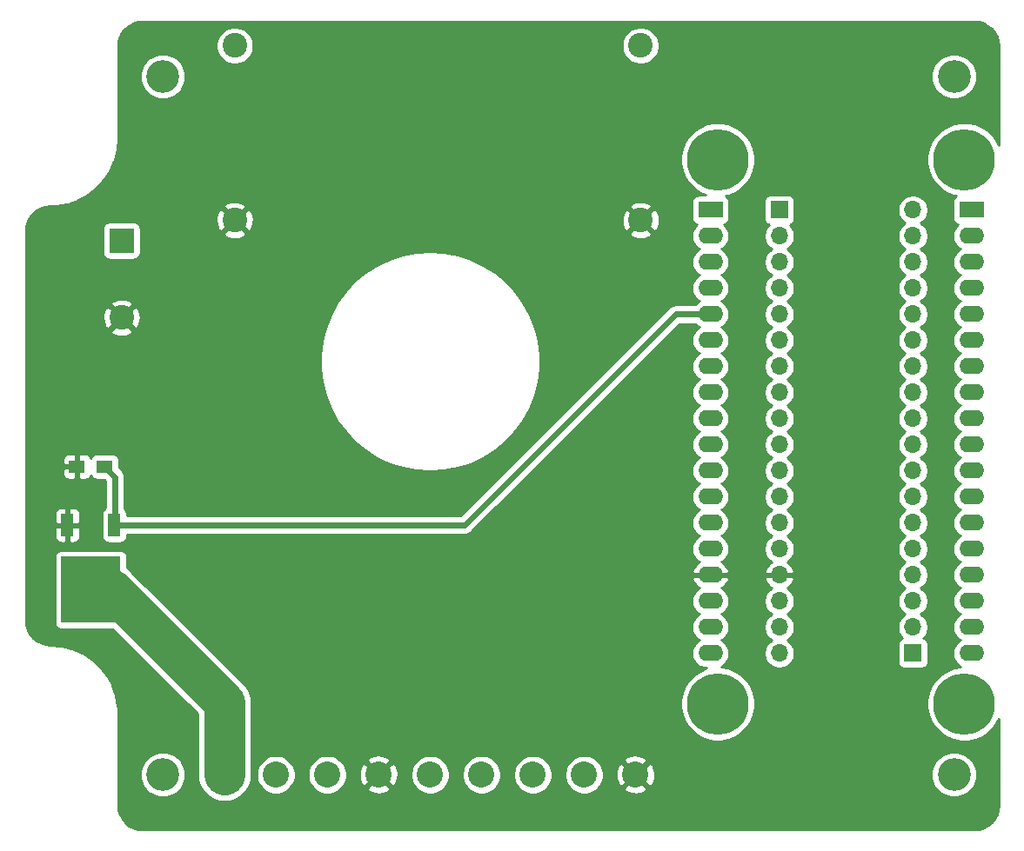
<source format=gtl>
G04 #@! TF.GenerationSoftware,KiCad,Pcbnew,5.1.10*
G04 #@! TF.CreationDate,2021-11-10T17:43:12+10:00*
G04 #@! TF.ProjectId,wifi_unit,77696669-5f75-46e6-9974-2e6b69636164,rev?*
G04 #@! TF.SameCoordinates,Original*
G04 #@! TF.FileFunction,Copper,L1,Top*
G04 #@! TF.FilePolarity,Positive*
%FSLAX46Y46*%
G04 Gerber Fmt 4.6, Leading zero omitted, Abs format (unit mm)*
G04 Created by KiCad (PCBNEW 5.1.10) date 2021-11-10 17:43:12*
%MOMM*%
%LPD*%
G01*
G04 APERTURE LIST*
G04 #@! TA.AperFunction,ComponentPad*
%ADD10C,3.200000*%
G04 #@! TD*
G04 #@! TA.AperFunction,ComponentPad*
%ADD11C,2.400000*%
G04 #@! TD*
G04 #@! TA.AperFunction,ComponentPad*
%ADD12R,2.400000X2.400000*%
G04 #@! TD*
G04 #@! TA.AperFunction,ComponentPad*
%ADD13C,2.540000*%
G04 #@! TD*
G04 #@! TA.AperFunction,WasherPad*
%ADD14C,6.000000*%
G04 #@! TD*
G04 #@! TA.AperFunction,ComponentPad*
%ADD15O,2.400000X1.600000*%
G04 #@! TD*
G04 #@! TA.AperFunction,ComponentPad*
%ADD16R,2.400000X1.600000*%
G04 #@! TD*
G04 #@! TA.AperFunction,ComponentPad*
%ADD17O,1.700000X1.700000*%
G04 #@! TD*
G04 #@! TA.AperFunction,ComponentPad*
%ADD18R,1.700000X1.700000*%
G04 #@! TD*
G04 #@! TA.AperFunction,SMDPad,CuDef*
%ADD19R,1.500000X1.300000*%
G04 #@! TD*
G04 #@! TA.AperFunction,SMDPad,CuDef*
%ADD20R,1.200000X2.200000*%
G04 #@! TD*
G04 #@! TA.AperFunction,SMDPad,CuDef*
%ADD21R,5.800000X6.400000*%
G04 #@! TD*
G04 #@! TA.AperFunction,SMDPad,CuDef*
%ADD22R,2.750000X3.050000*%
G04 #@! TD*
G04 #@! TA.AperFunction,Conductor*
%ADD23C,0.600000*%
G04 #@! TD*
G04 #@! TA.AperFunction,Conductor*
%ADD24C,4.000000*%
G04 #@! TD*
G04 #@! TA.AperFunction,Conductor*
%ADD25C,0.254000*%
G04 #@! TD*
G04 #@! TA.AperFunction,Conductor*
%ADD26C,0.100000*%
G04 #@! TD*
G04 APERTURE END LIST*
D10*
X156000000Y-118000000D03*
X79000000Y-118000000D03*
X79000000Y-50000000D03*
X156000000Y-50000000D03*
D11*
X75000000Y-73500000D03*
D12*
X75000000Y-66000000D03*
D13*
X110001280Y-118000000D03*
X115000000Y-118000000D03*
X120001280Y-118000000D03*
X125000000Y-118000000D03*
X95000020Y-118000000D03*
X100001280Y-118000000D03*
X105000000Y-118000000D03*
D14*
X133000000Y-111102590D03*
X157000000Y-111102590D03*
X157000000Y-58102590D03*
X133000000Y-58102590D03*
D15*
X157700000Y-103640000D03*
X157700000Y-101100000D03*
X132300000Y-65540000D03*
X157700000Y-98560000D03*
X132300000Y-68080000D03*
X132300000Y-98560000D03*
X157700000Y-65540000D03*
X132300000Y-101100000D03*
D16*
X157700000Y-63000000D03*
D15*
X132300000Y-103640000D03*
X132300000Y-106180000D03*
X157700000Y-106180000D03*
X132300000Y-85860000D03*
X157700000Y-78240000D03*
X132300000Y-88400000D03*
X157700000Y-75700000D03*
X132300000Y-90940000D03*
X157700000Y-73160000D03*
X132300000Y-93480000D03*
X157700000Y-70620000D03*
X132300000Y-96020000D03*
X157700000Y-68080000D03*
D16*
X132300000Y-63000000D03*
D15*
X157700000Y-90940000D03*
X132300000Y-75700000D03*
X157700000Y-88400000D03*
X132300000Y-78240000D03*
X157700000Y-85860000D03*
X132300000Y-80780000D03*
X157700000Y-83320000D03*
X132300000Y-83320000D03*
X157700000Y-80780000D03*
X157700000Y-96020000D03*
X132300000Y-70620000D03*
X157700000Y-93480000D03*
X132300000Y-73160000D03*
D11*
X125500000Y-47000000D03*
X125500000Y-64000000D03*
X86000000Y-64000000D03*
X86000000Y-47000000D03*
D13*
X85001280Y-118000000D03*
X90000000Y-118000000D03*
D17*
X152000000Y-63000000D03*
X152000000Y-65540000D03*
X152000000Y-68080000D03*
X152000000Y-70620000D03*
X152000000Y-73160000D03*
X152000000Y-75700000D03*
X152000000Y-78240000D03*
X152000000Y-80780000D03*
X152000000Y-83320000D03*
X152000000Y-85860000D03*
X152000000Y-88400000D03*
X152000000Y-90940000D03*
X152000000Y-93480000D03*
X152000000Y-96020000D03*
X152000000Y-98560000D03*
X152000000Y-101100000D03*
X152000000Y-103640000D03*
D18*
X152000000Y-106180000D03*
D17*
X139000000Y-106180000D03*
X139000000Y-103640000D03*
X139000000Y-101100000D03*
X139000000Y-98560000D03*
X139000000Y-96020000D03*
X139000000Y-93480000D03*
X139000000Y-90940000D03*
X139000000Y-88400000D03*
X139000000Y-85860000D03*
X139000000Y-83320000D03*
X139000000Y-80780000D03*
X139000000Y-78240000D03*
X139000000Y-75700000D03*
X139000000Y-73160000D03*
X139000000Y-70620000D03*
X139000000Y-68080000D03*
X139000000Y-65540000D03*
D18*
X139000000Y-63000000D03*
D19*
X73350000Y-88000000D03*
X70650000Y-88000000D03*
D20*
X74280000Y-93700000D03*
X69720000Y-93700000D03*
D21*
X72000000Y-100000000D03*
D22*
X70475000Y-101675000D03*
X73525000Y-98325000D03*
X73525000Y-101675000D03*
X70475000Y-98325000D03*
D23*
X73350000Y-88000000D02*
X74350000Y-89000000D01*
X74350000Y-93630000D02*
X74280000Y-93700000D01*
X74350000Y-89000000D02*
X74350000Y-93630000D01*
X108370000Y-93700000D02*
X128910000Y-73160000D01*
X74280000Y-93700000D02*
X108370000Y-93700000D01*
X132300000Y-73160000D02*
X128910000Y-73160000D01*
D24*
X72000000Y-100000000D02*
X74000000Y-100000000D01*
X85001280Y-111001280D02*
X85001280Y-118000000D01*
X74000000Y-100000000D02*
X85001280Y-111001280D01*
D25*
X158454993Y-44711270D02*
X158891598Y-44843089D01*
X159294285Y-45057200D01*
X159647712Y-45345448D01*
X159938427Y-45696861D01*
X160155342Y-46098039D01*
X160290206Y-46533713D01*
X160341101Y-47017953D01*
X160341101Y-56670009D01*
X160221295Y-56380772D01*
X159823489Y-55785413D01*
X159317177Y-55279101D01*
X158721818Y-54881295D01*
X158060290Y-54607281D01*
X157358016Y-54467590D01*
X156641984Y-54467590D01*
X155939710Y-54607281D01*
X155278182Y-54881295D01*
X154682823Y-55279101D01*
X154176511Y-55785413D01*
X153778705Y-56380772D01*
X153504691Y-57042300D01*
X153365000Y-57744574D01*
X153365000Y-58460606D01*
X153504691Y-59162880D01*
X153778705Y-59824408D01*
X154176511Y-60419767D01*
X154682823Y-60926079D01*
X155278182Y-61323885D01*
X155939710Y-61597899D01*
X156187267Y-61647141D01*
X156145506Y-61669463D01*
X156048815Y-61748815D01*
X155969463Y-61845506D01*
X155910498Y-61955820D01*
X155874188Y-62075518D01*
X155861928Y-62200000D01*
X155861928Y-63800000D01*
X155874188Y-63924482D01*
X155910498Y-64044180D01*
X155969463Y-64154494D01*
X156048815Y-64251185D01*
X156145506Y-64330537D01*
X156255820Y-64389502D01*
X156375518Y-64425812D01*
X156393482Y-64427581D01*
X156280392Y-64520392D01*
X156101068Y-64738899D01*
X155967818Y-64988192D01*
X155885764Y-65258691D01*
X155858057Y-65540000D01*
X155885764Y-65821309D01*
X155967818Y-66091808D01*
X156101068Y-66341101D01*
X156280392Y-66559608D01*
X156498899Y-66738932D01*
X156631858Y-66810000D01*
X156498899Y-66881068D01*
X156280392Y-67060392D01*
X156101068Y-67278899D01*
X155967818Y-67528192D01*
X155885764Y-67798691D01*
X155858057Y-68080000D01*
X155885764Y-68361309D01*
X155967818Y-68631808D01*
X156101068Y-68881101D01*
X156280392Y-69099608D01*
X156498899Y-69278932D01*
X156631858Y-69350000D01*
X156498899Y-69421068D01*
X156280392Y-69600392D01*
X156101068Y-69818899D01*
X155967818Y-70068192D01*
X155885764Y-70338691D01*
X155858057Y-70620000D01*
X155885764Y-70901309D01*
X155967818Y-71171808D01*
X156101068Y-71421101D01*
X156280392Y-71639608D01*
X156498899Y-71818932D01*
X156631858Y-71890000D01*
X156498899Y-71961068D01*
X156280392Y-72140392D01*
X156101068Y-72358899D01*
X155967818Y-72608192D01*
X155885764Y-72878691D01*
X155858057Y-73160000D01*
X155885764Y-73441309D01*
X155967818Y-73711808D01*
X156101068Y-73961101D01*
X156280392Y-74179608D01*
X156498899Y-74358932D01*
X156631858Y-74430000D01*
X156498899Y-74501068D01*
X156280392Y-74680392D01*
X156101068Y-74898899D01*
X155967818Y-75148192D01*
X155885764Y-75418691D01*
X155858057Y-75700000D01*
X155885764Y-75981309D01*
X155967818Y-76251808D01*
X156101068Y-76501101D01*
X156280392Y-76719608D01*
X156498899Y-76898932D01*
X156631858Y-76970000D01*
X156498899Y-77041068D01*
X156280392Y-77220392D01*
X156101068Y-77438899D01*
X155967818Y-77688192D01*
X155885764Y-77958691D01*
X155858057Y-78240000D01*
X155885764Y-78521309D01*
X155967818Y-78791808D01*
X156101068Y-79041101D01*
X156280392Y-79259608D01*
X156498899Y-79438932D01*
X156631858Y-79510000D01*
X156498899Y-79581068D01*
X156280392Y-79760392D01*
X156101068Y-79978899D01*
X155967818Y-80228192D01*
X155885764Y-80498691D01*
X155858057Y-80780000D01*
X155885764Y-81061309D01*
X155967818Y-81331808D01*
X156101068Y-81581101D01*
X156280392Y-81799608D01*
X156498899Y-81978932D01*
X156631858Y-82050000D01*
X156498899Y-82121068D01*
X156280392Y-82300392D01*
X156101068Y-82518899D01*
X155967818Y-82768192D01*
X155885764Y-83038691D01*
X155858057Y-83320000D01*
X155885764Y-83601309D01*
X155967818Y-83871808D01*
X156101068Y-84121101D01*
X156280392Y-84339608D01*
X156498899Y-84518932D01*
X156631858Y-84590000D01*
X156498899Y-84661068D01*
X156280392Y-84840392D01*
X156101068Y-85058899D01*
X155967818Y-85308192D01*
X155885764Y-85578691D01*
X155858057Y-85860000D01*
X155885764Y-86141309D01*
X155967818Y-86411808D01*
X156101068Y-86661101D01*
X156280392Y-86879608D01*
X156498899Y-87058932D01*
X156631858Y-87130000D01*
X156498899Y-87201068D01*
X156280392Y-87380392D01*
X156101068Y-87598899D01*
X155967818Y-87848192D01*
X155885764Y-88118691D01*
X155858057Y-88400000D01*
X155885764Y-88681309D01*
X155967818Y-88951808D01*
X156101068Y-89201101D01*
X156280392Y-89419608D01*
X156498899Y-89598932D01*
X156631858Y-89670000D01*
X156498899Y-89741068D01*
X156280392Y-89920392D01*
X156101068Y-90138899D01*
X155967818Y-90388192D01*
X155885764Y-90658691D01*
X155858057Y-90940000D01*
X155885764Y-91221309D01*
X155967818Y-91491808D01*
X156101068Y-91741101D01*
X156280392Y-91959608D01*
X156498899Y-92138932D01*
X156631858Y-92210000D01*
X156498899Y-92281068D01*
X156280392Y-92460392D01*
X156101068Y-92678899D01*
X155967818Y-92928192D01*
X155885764Y-93198691D01*
X155858057Y-93480000D01*
X155885764Y-93761309D01*
X155967818Y-94031808D01*
X156101068Y-94281101D01*
X156280392Y-94499608D01*
X156498899Y-94678932D01*
X156631858Y-94750000D01*
X156498899Y-94821068D01*
X156280392Y-95000392D01*
X156101068Y-95218899D01*
X155967818Y-95468192D01*
X155885764Y-95738691D01*
X155858057Y-96020000D01*
X155885764Y-96301309D01*
X155967818Y-96571808D01*
X156101068Y-96821101D01*
X156280392Y-97039608D01*
X156498899Y-97218932D01*
X156631858Y-97290000D01*
X156498899Y-97361068D01*
X156280392Y-97540392D01*
X156101068Y-97758899D01*
X155967818Y-98008192D01*
X155885764Y-98278691D01*
X155858057Y-98560000D01*
X155885764Y-98841309D01*
X155967818Y-99111808D01*
X156101068Y-99361101D01*
X156280392Y-99579608D01*
X156498899Y-99758932D01*
X156631858Y-99830000D01*
X156498899Y-99901068D01*
X156280392Y-100080392D01*
X156101068Y-100298899D01*
X155967818Y-100548192D01*
X155885764Y-100818691D01*
X155858057Y-101100000D01*
X155885764Y-101381309D01*
X155967818Y-101651808D01*
X156101068Y-101901101D01*
X156280392Y-102119608D01*
X156498899Y-102298932D01*
X156631858Y-102370000D01*
X156498899Y-102441068D01*
X156280392Y-102620392D01*
X156101068Y-102838899D01*
X155967818Y-103088192D01*
X155885764Y-103358691D01*
X155858057Y-103640000D01*
X155885764Y-103921309D01*
X155967818Y-104191808D01*
X156101068Y-104441101D01*
X156280392Y-104659608D01*
X156498899Y-104838932D01*
X156631858Y-104910000D01*
X156498899Y-104981068D01*
X156280392Y-105160392D01*
X156101068Y-105378899D01*
X155967818Y-105628192D01*
X155885764Y-105898691D01*
X155858057Y-106180000D01*
X155885764Y-106461309D01*
X155967818Y-106731808D01*
X156101068Y-106981101D01*
X156280392Y-107199608D01*
X156498899Y-107378932D01*
X156664766Y-107467590D01*
X156641984Y-107467590D01*
X155939710Y-107607281D01*
X155278182Y-107881295D01*
X154682823Y-108279101D01*
X154176511Y-108785413D01*
X153778705Y-109380772D01*
X153504691Y-110042300D01*
X153365000Y-110744574D01*
X153365000Y-111460606D01*
X153504691Y-112162880D01*
X153778705Y-112824408D01*
X154176511Y-113419767D01*
X154682823Y-113926079D01*
X155278182Y-114323885D01*
X155939710Y-114597899D01*
X156641984Y-114737590D01*
X157358016Y-114737590D01*
X158060290Y-114597899D01*
X158721818Y-114323885D01*
X159317177Y-113926079D01*
X159823489Y-113419767D01*
X160221295Y-112824408D01*
X160341100Y-112535173D01*
X160341100Y-120971321D01*
X160293430Y-121457494D01*
X160161612Y-121894097D01*
X159947499Y-122296786D01*
X159659250Y-122650213D01*
X159307839Y-122940927D01*
X158906664Y-123157840D01*
X158470986Y-123292706D01*
X157986764Y-123343600D01*
X77033379Y-123343600D01*
X76547206Y-123295930D01*
X76110603Y-123164112D01*
X75707914Y-122949999D01*
X75354487Y-122661750D01*
X75063773Y-122310339D01*
X74846860Y-121909164D01*
X74711994Y-121473486D01*
X74661100Y-120989264D01*
X74661100Y-117779872D01*
X76765000Y-117779872D01*
X76765000Y-118220128D01*
X76850890Y-118651925D01*
X77019369Y-119058669D01*
X77263962Y-119424729D01*
X77575271Y-119736038D01*
X77941331Y-119980631D01*
X78348075Y-120149110D01*
X78779872Y-120235000D01*
X79220128Y-120235000D01*
X79651925Y-120149110D01*
X80058669Y-119980631D01*
X80424729Y-119736038D01*
X80736038Y-119424729D01*
X80980631Y-119058669D01*
X81149110Y-118651925D01*
X81235000Y-118220128D01*
X81235000Y-117779872D01*
X81149110Y-117348075D01*
X80980631Y-116941331D01*
X80736038Y-116575271D01*
X80424729Y-116263962D01*
X80058669Y-116019369D01*
X79651925Y-115850890D01*
X79220128Y-115765000D01*
X78779872Y-115765000D01*
X78348075Y-115850890D01*
X77941331Y-116019369D01*
X77575271Y-116263962D01*
X77263962Y-116575271D01*
X77019369Y-116941331D01*
X76850890Y-117348075D01*
X76765000Y-117779872D01*
X74661100Y-117779872D01*
X74661100Y-111971181D01*
X74659573Y-111955680D01*
X74633739Y-111407860D01*
X74629289Y-111373596D01*
X74626878Y-111339118D01*
X74624244Y-111323208D01*
X74451812Y-110355183D01*
X74440046Y-110310647D01*
X74429380Y-110265879D01*
X74424189Y-110250630D01*
X74424184Y-110250612D01*
X74424178Y-110250598D01*
X74095965Y-109323749D01*
X74077093Y-109281758D01*
X74059248Y-109239306D01*
X74051627Y-109225094D01*
X73576433Y-108364283D01*
X73550952Y-108325931D01*
X73526419Y-108286973D01*
X73516591Y-108274212D01*
X73516580Y-108274195D01*
X73516568Y-108274182D01*
X72907175Y-107502555D01*
X72875749Y-107468854D01*
X72845204Y-107434451D01*
X72833425Y-107423467D01*
X72833411Y-107423452D01*
X72833397Y-107423441D01*
X72106159Y-106761705D01*
X72069686Y-106733617D01*
X72033898Y-106704636D01*
X72020473Y-106695717D01*
X72020467Y-106695712D01*
X72020461Y-106695709D01*
X71194899Y-106161629D01*
X71154326Y-106139874D01*
X71114288Y-106117129D01*
X71099579Y-106110518D01*
X70197867Y-105718443D01*
X70154265Y-105703600D01*
X70111070Y-105687707D01*
X70095492Y-105683591D01*
X70095479Y-105683587D01*
X70095467Y-105683585D01*
X69141841Y-105444050D01*
X69096413Y-105436530D01*
X69051189Y-105427903D01*
X69035134Y-105426385D01*
X68060266Y-105346236D01*
X67547206Y-105295930D01*
X67110603Y-105164112D01*
X66707914Y-104949999D01*
X66354487Y-104661750D01*
X66063773Y-104310339D01*
X65846860Y-103909164D01*
X65711994Y-103473486D01*
X65661100Y-102989264D01*
X65661100Y-96800000D01*
X68461928Y-96800000D01*
X68461928Y-103200000D01*
X68474188Y-103324482D01*
X68510498Y-103444180D01*
X68569463Y-103554494D01*
X68648815Y-103651185D01*
X68745506Y-103730537D01*
X68855820Y-103789502D01*
X68975518Y-103825812D01*
X69100000Y-103838072D01*
X74111620Y-103838072D01*
X82366280Y-112092733D01*
X82366281Y-118129442D01*
X82404408Y-118516550D01*
X82555080Y-119013250D01*
X82799758Y-119471011D01*
X83129040Y-119872241D01*
X83530270Y-120201523D01*
X83988031Y-120446201D01*
X84484731Y-120596873D01*
X85001280Y-120647749D01*
X85517830Y-120596873D01*
X86014530Y-120446201D01*
X86472291Y-120201523D01*
X86873521Y-119872241D01*
X87202803Y-119471011D01*
X87447481Y-119013250D01*
X87598153Y-118516550D01*
X87636280Y-118129442D01*
X87636280Y-117812374D01*
X88095000Y-117812374D01*
X88095000Y-118187626D01*
X88168209Y-118555668D01*
X88311811Y-118902356D01*
X88520290Y-119214366D01*
X88785634Y-119479710D01*
X89097644Y-119688189D01*
X89444332Y-119831791D01*
X89812374Y-119905000D01*
X90187626Y-119905000D01*
X90555668Y-119831791D01*
X90902356Y-119688189D01*
X91214366Y-119479710D01*
X91479710Y-119214366D01*
X91688189Y-118902356D01*
X91831791Y-118555668D01*
X91905000Y-118187626D01*
X91905000Y-117812374D01*
X93095020Y-117812374D01*
X93095020Y-118187626D01*
X93168229Y-118555668D01*
X93311831Y-118902356D01*
X93520310Y-119214366D01*
X93785654Y-119479710D01*
X94097664Y-119688189D01*
X94444352Y-119831791D01*
X94812394Y-119905000D01*
X95187646Y-119905000D01*
X95555688Y-119831791D01*
X95902376Y-119688189D01*
X96214386Y-119479710D01*
X96366244Y-119327852D01*
X98853033Y-119327852D01*
X98981356Y-119619871D01*
X99316975Y-119787723D01*
X99678891Y-119886874D01*
X100053196Y-119913514D01*
X100425507Y-119866618D01*
X100781515Y-119747988D01*
X101021204Y-119619871D01*
X101149527Y-119327852D01*
X100001280Y-118179605D01*
X98853033Y-119327852D01*
X96366244Y-119327852D01*
X96479730Y-119214366D01*
X96688209Y-118902356D01*
X96831811Y-118555668D01*
X96905020Y-118187626D01*
X96905020Y-118051916D01*
X98087766Y-118051916D01*
X98134662Y-118424227D01*
X98253292Y-118780235D01*
X98381409Y-119019924D01*
X98673428Y-119148247D01*
X99821675Y-118000000D01*
X100180885Y-118000000D01*
X101329132Y-119148247D01*
X101621151Y-119019924D01*
X101789003Y-118684305D01*
X101888154Y-118322389D01*
X101914794Y-117948084D01*
X101897701Y-117812374D01*
X103095000Y-117812374D01*
X103095000Y-118187626D01*
X103168209Y-118555668D01*
X103311811Y-118902356D01*
X103520290Y-119214366D01*
X103785634Y-119479710D01*
X104097644Y-119688189D01*
X104444332Y-119831791D01*
X104812374Y-119905000D01*
X105187626Y-119905000D01*
X105555668Y-119831791D01*
X105902356Y-119688189D01*
X106214366Y-119479710D01*
X106479710Y-119214366D01*
X106688189Y-118902356D01*
X106831791Y-118555668D01*
X106905000Y-118187626D01*
X106905000Y-117812374D01*
X108096280Y-117812374D01*
X108096280Y-118187626D01*
X108169489Y-118555668D01*
X108313091Y-118902356D01*
X108521570Y-119214366D01*
X108786914Y-119479710D01*
X109098924Y-119688189D01*
X109445612Y-119831791D01*
X109813654Y-119905000D01*
X110188906Y-119905000D01*
X110556948Y-119831791D01*
X110903636Y-119688189D01*
X111215646Y-119479710D01*
X111480990Y-119214366D01*
X111689469Y-118902356D01*
X111833071Y-118555668D01*
X111906280Y-118187626D01*
X111906280Y-117812374D01*
X113095000Y-117812374D01*
X113095000Y-118187626D01*
X113168209Y-118555668D01*
X113311811Y-118902356D01*
X113520290Y-119214366D01*
X113785634Y-119479710D01*
X114097644Y-119688189D01*
X114444332Y-119831791D01*
X114812374Y-119905000D01*
X115187626Y-119905000D01*
X115555668Y-119831791D01*
X115902356Y-119688189D01*
X116214366Y-119479710D01*
X116479710Y-119214366D01*
X116688189Y-118902356D01*
X116831791Y-118555668D01*
X116905000Y-118187626D01*
X116905000Y-117812374D01*
X118096280Y-117812374D01*
X118096280Y-118187626D01*
X118169489Y-118555668D01*
X118313091Y-118902356D01*
X118521570Y-119214366D01*
X118786914Y-119479710D01*
X119098924Y-119688189D01*
X119445612Y-119831791D01*
X119813654Y-119905000D01*
X120188906Y-119905000D01*
X120556948Y-119831791D01*
X120903636Y-119688189D01*
X121215646Y-119479710D01*
X121367504Y-119327852D01*
X123851753Y-119327852D01*
X123980076Y-119619871D01*
X124315695Y-119787723D01*
X124677611Y-119886874D01*
X125051916Y-119913514D01*
X125424227Y-119866618D01*
X125780235Y-119747988D01*
X126019924Y-119619871D01*
X126148247Y-119327852D01*
X125000000Y-118179605D01*
X123851753Y-119327852D01*
X121367504Y-119327852D01*
X121480990Y-119214366D01*
X121689469Y-118902356D01*
X121833071Y-118555668D01*
X121906280Y-118187626D01*
X121906280Y-118051916D01*
X123086486Y-118051916D01*
X123133382Y-118424227D01*
X123252012Y-118780235D01*
X123380129Y-119019924D01*
X123672148Y-119148247D01*
X124820395Y-118000000D01*
X125179605Y-118000000D01*
X126327852Y-119148247D01*
X126619871Y-119019924D01*
X126787723Y-118684305D01*
X126886874Y-118322389D01*
X126913514Y-117948084D01*
X126892327Y-117779872D01*
X153765000Y-117779872D01*
X153765000Y-118220128D01*
X153850890Y-118651925D01*
X154019369Y-119058669D01*
X154263962Y-119424729D01*
X154575271Y-119736038D01*
X154941331Y-119980631D01*
X155348075Y-120149110D01*
X155779872Y-120235000D01*
X156220128Y-120235000D01*
X156651925Y-120149110D01*
X157058669Y-119980631D01*
X157424729Y-119736038D01*
X157736038Y-119424729D01*
X157980631Y-119058669D01*
X158149110Y-118651925D01*
X158235000Y-118220128D01*
X158235000Y-117779872D01*
X158149110Y-117348075D01*
X157980631Y-116941331D01*
X157736038Y-116575271D01*
X157424729Y-116263962D01*
X157058669Y-116019369D01*
X156651925Y-115850890D01*
X156220128Y-115765000D01*
X155779872Y-115765000D01*
X155348075Y-115850890D01*
X154941331Y-116019369D01*
X154575271Y-116263962D01*
X154263962Y-116575271D01*
X154019369Y-116941331D01*
X153850890Y-117348075D01*
X153765000Y-117779872D01*
X126892327Y-117779872D01*
X126866618Y-117575773D01*
X126747988Y-117219765D01*
X126619871Y-116980076D01*
X126327852Y-116851753D01*
X125179605Y-118000000D01*
X124820395Y-118000000D01*
X123672148Y-116851753D01*
X123380129Y-116980076D01*
X123212277Y-117315695D01*
X123113126Y-117677611D01*
X123086486Y-118051916D01*
X121906280Y-118051916D01*
X121906280Y-117812374D01*
X121833071Y-117444332D01*
X121689469Y-117097644D01*
X121480990Y-116785634D01*
X121367504Y-116672148D01*
X123851753Y-116672148D01*
X125000000Y-117820395D01*
X126148247Y-116672148D01*
X126019924Y-116380129D01*
X125684305Y-116212277D01*
X125322389Y-116113126D01*
X124948084Y-116086486D01*
X124575773Y-116133382D01*
X124219765Y-116252012D01*
X123980076Y-116380129D01*
X123851753Y-116672148D01*
X121367504Y-116672148D01*
X121215646Y-116520290D01*
X120903636Y-116311811D01*
X120556948Y-116168209D01*
X120188906Y-116095000D01*
X119813654Y-116095000D01*
X119445612Y-116168209D01*
X119098924Y-116311811D01*
X118786914Y-116520290D01*
X118521570Y-116785634D01*
X118313091Y-117097644D01*
X118169489Y-117444332D01*
X118096280Y-117812374D01*
X116905000Y-117812374D01*
X116831791Y-117444332D01*
X116688189Y-117097644D01*
X116479710Y-116785634D01*
X116214366Y-116520290D01*
X115902356Y-116311811D01*
X115555668Y-116168209D01*
X115187626Y-116095000D01*
X114812374Y-116095000D01*
X114444332Y-116168209D01*
X114097644Y-116311811D01*
X113785634Y-116520290D01*
X113520290Y-116785634D01*
X113311811Y-117097644D01*
X113168209Y-117444332D01*
X113095000Y-117812374D01*
X111906280Y-117812374D01*
X111833071Y-117444332D01*
X111689469Y-117097644D01*
X111480990Y-116785634D01*
X111215646Y-116520290D01*
X110903636Y-116311811D01*
X110556948Y-116168209D01*
X110188906Y-116095000D01*
X109813654Y-116095000D01*
X109445612Y-116168209D01*
X109098924Y-116311811D01*
X108786914Y-116520290D01*
X108521570Y-116785634D01*
X108313091Y-117097644D01*
X108169489Y-117444332D01*
X108096280Y-117812374D01*
X106905000Y-117812374D01*
X106831791Y-117444332D01*
X106688189Y-117097644D01*
X106479710Y-116785634D01*
X106214366Y-116520290D01*
X105902356Y-116311811D01*
X105555668Y-116168209D01*
X105187626Y-116095000D01*
X104812374Y-116095000D01*
X104444332Y-116168209D01*
X104097644Y-116311811D01*
X103785634Y-116520290D01*
X103520290Y-116785634D01*
X103311811Y-117097644D01*
X103168209Y-117444332D01*
X103095000Y-117812374D01*
X101897701Y-117812374D01*
X101867898Y-117575773D01*
X101749268Y-117219765D01*
X101621151Y-116980076D01*
X101329132Y-116851753D01*
X100180885Y-118000000D01*
X99821675Y-118000000D01*
X98673428Y-116851753D01*
X98381409Y-116980076D01*
X98213557Y-117315695D01*
X98114406Y-117677611D01*
X98087766Y-118051916D01*
X96905020Y-118051916D01*
X96905020Y-117812374D01*
X96831811Y-117444332D01*
X96688209Y-117097644D01*
X96479730Y-116785634D01*
X96366244Y-116672148D01*
X98853033Y-116672148D01*
X100001280Y-117820395D01*
X101149527Y-116672148D01*
X101021204Y-116380129D01*
X100685585Y-116212277D01*
X100323669Y-116113126D01*
X99949364Y-116086486D01*
X99577053Y-116133382D01*
X99221045Y-116252012D01*
X98981356Y-116380129D01*
X98853033Y-116672148D01*
X96366244Y-116672148D01*
X96214386Y-116520290D01*
X95902376Y-116311811D01*
X95555688Y-116168209D01*
X95187646Y-116095000D01*
X94812394Y-116095000D01*
X94444352Y-116168209D01*
X94097664Y-116311811D01*
X93785654Y-116520290D01*
X93520310Y-116785634D01*
X93311831Y-117097644D01*
X93168229Y-117444332D01*
X93095020Y-117812374D01*
X91905000Y-117812374D01*
X91831791Y-117444332D01*
X91688189Y-117097644D01*
X91479710Y-116785634D01*
X91214366Y-116520290D01*
X90902356Y-116311811D01*
X90555668Y-116168209D01*
X90187626Y-116095000D01*
X89812374Y-116095000D01*
X89444332Y-116168209D01*
X89097644Y-116311811D01*
X88785634Y-116520290D01*
X88520290Y-116785634D01*
X88311811Y-117097644D01*
X88168209Y-117444332D01*
X88095000Y-117812374D01*
X87636280Y-117812374D01*
X87636280Y-111130713D01*
X87649028Y-111001279D01*
X87636280Y-110871845D01*
X87636280Y-110871838D01*
X87623746Y-110744574D01*
X129365000Y-110744574D01*
X129365000Y-111460606D01*
X129504691Y-112162880D01*
X129778705Y-112824408D01*
X130176511Y-113419767D01*
X130682823Y-113926079D01*
X131278182Y-114323885D01*
X131939710Y-114597899D01*
X132641984Y-114737590D01*
X133358016Y-114737590D01*
X134060290Y-114597899D01*
X134721818Y-114323885D01*
X135317177Y-113926079D01*
X135823489Y-113419767D01*
X136221295Y-112824408D01*
X136495309Y-112162880D01*
X136635000Y-111460606D01*
X136635000Y-110744574D01*
X136495309Y-110042300D01*
X136221295Y-109380772D01*
X135823489Y-108785413D01*
X135317177Y-108279101D01*
X134721818Y-107881295D01*
X134060290Y-107607281D01*
X133358016Y-107467590D01*
X133335234Y-107467590D01*
X133501101Y-107378932D01*
X133719608Y-107199608D01*
X133898932Y-106981101D01*
X134032182Y-106731808D01*
X134114236Y-106461309D01*
X134141943Y-106180000D01*
X134114236Y-105898691D01*
X134032182Y-105628192D01*
X133898932Y-105378899D01*
X133719608Y-105160392D01*
X133501101Y-104981068D01*
X133368142Y-104910000D01*
X133501101Y-104838932D01*
X133719608Y-104659608D01*
X133898932Y-104441101D01*
X134032182Y-104191808D01*
X134114236Y-103921309D01*
X134141943Y-103640000D01*
X134114236Y-103358691D01*
X134032182Y-103088192D01*
X133898932Y-102838899D01*
X133719608Y-102620392D01*
X133501101Y-102441068D01*
X133368142Y-102370000D01*
X133501101Y-102298932D01*
X133719608Y-102119608D01*
X133898932Y-101901101D01*
X134032182Y-101651808D01*
X134114236Y-101381309D01*
X134141943Y-101100000D01*
X134127538Y-100953740D01*
X137515000Y-100953740D01*
X137515000Y-101246260D01*
X137572068Y-101533158D01*
X137684010Y-101803411D01*
X137846525Y-102046632D01*
X138053368Y-102253475D01*
X138227760Y-102370000D01*
X138053368Y-102486525D01*
X137846525Y-102693368D01*
X137684010Y-102936589D01*
X137572068Y-103206842D01*
X137515000Y-103493740D01*
X137515000Y-103786260D01*
X137572068Y-104073158D01*
X137684010Y-104343411D01*
X137846525Y-104586632D01*
X138053368Y-104793475D01*
X138227760Y-104910000D01*
X138053368Y-105026525D01*
X137846525Y-105233368D01*
X137684010Y-105476589D01*
X137572068Y-105746842D01*
X137515000Y-106033740D01*
X137515000Y-106326260D01*
X137572068Y-106613158D01*
X137684010Y-106883411D01*
X137846525Y-107126632D01*
X138053368Y-107333475D01*
X138296589Y-107495990D01*
X138566842Y-107607932D01*
X138853740Y-107665000D01*
X139146260Y-107665000D01*
X139433158Y-107607932D01*
X139703411Y-107495990D01*
X139946632Y-107333475D01*
X140153475Y-107126632D01*
X140315990Y-106883411D01*
X140427932Y-106613158D01*
X140485000Y-106326260D01*
X140485000Y-106033740D01*
X140427932Y-105746842D01*
X140315990Y-105476589D01*
X140218043Y-105330000D01*
X150511928Y-105330000D01*
X150511928Y-107030000D01*
X150524188Y-107154482D01*
X150560498Y-107274180D01*
X150619463Y-107384494D01*
X150698815Y-107481185D01*
X150795506Y-107560537D01*
X150905820Y-107619502D01*
X151025518Y-107655812D01*
X151150000Y-107668072D01*
X152850000Y-107668072D01*
X152974482Y-107655812D01*
X153094180Y-107619502D01*
X153204494Y-107560537D01*
X153301185Y-107481185D01*
X153380537Y-107384494D01*
X153439502Y-107274180D01*
X153475812Y-107154482D01*
X153488072Y-107030000D01*
X153488072Y-105330000D01*
X153475812Y-105205518D01*
X153439502Y-105085820D01*
X153380537Y-104975506D01*
X153301185Y-104878815D01*
X153204494Y-104799463D01*
X153094180Y-104740498D01*
X153021620Y-104718487D01*
X153153475Y-104586632D01*
X153315990Y-104343411D01*
X153427932Y-104073158D01*
X153485000Y-103786260D01*
X153485000Y-103493740D01*
X153427932Y-103206842D01*
X153315990Y-102936589D01*
X153153475Y-102693368D01*
X152946632Y-102486525D01*
X152772240Y-102370000D01*
X152946632Y-102253475D01*
X153153475Y-102046632D01*
X153315990Y-101803411D01*
X153427932Y-101533158D01*
X153485000Y-101246260D01*
X153485000Y-100953740D01*
X153427932Y-100666842D01*
X153315990Y-100396589D01*
X153153475Y-100153368D01*
X152946632Y-99946525D01*
X152772240Y-99830000D01*
X152946632Y-99713475D01*
X153153475Y-99506632D01*
X153315990Y-99263411D01*
X153427932Y-98993158D01*
X153485000Y-98706260D01*
X153485000Y-98413740D01*
X153427932Y-98126842D01*
X153315990Y-97856589D01*
X153153475Y-97613368D01*
X152946632Y-97406525D01*
X152772240Y-97290000D01*
X152946632Y-97173475D01*
X153153475Y-96966632D01*
X153315990Y-96723411D01*
X153427932Y-96453158D01*
X153485000Y-96166260D01*
X153485000Y-95873740D01*
X153427932Y-95586842D01*
X153315990Y-95316589D01*
X153153475Y-95073368D01*
X152946632Y-94866525D01*
X152772240Y-94750000D01*
X152946632Y-94633475D01*
X153153475Y-94426632D01*
X153315990Y-94183411D01*
X153427932Y-93913158D01*
X153485000Y-93626260D01*
X153485000Y-93333740D01*
X153427932Y-93046842D01*
X153315990Y-92776589D01*
X153153475Y-92533368D01*
X152946632Y-92326525D01*
X152772240Y-92210000D01*
X152946632Y-92093475D01*
X153153475Y-91886632D01*
X153315990Y-91643411D01*
X153427932Y-91373158D01*
X153485000Y-91086260D01*
X153485000Y-90793740D01*
X153427932Y-90506842D01*
X153315990Y-90236589D01*
X153153475Y-89993368D01*
X152946632Y-89786525D01*
X152772240Y-89670000D01*
X152946632Y-89553475D01*
X153153475Y-89346632D01*
X153315990Y-89103411D01*
X153427932Y-88833158D01*
X153485000Y-88546260D01*
X153485000Y-88253740D01*
X153427932Y-87966842D01*
X153315990Y-87696589D01*
X153153475Y-87453368D01*
X152946632Y-87246525D01*
X152772240Y-87130000D01*
X152946632Y-87013475D01*
X153153475Y-86806632D01*
X153315990Y-86563411D01*
X153427932Y-86293158D01*
X153485000Y-86006260D01*
X153485000Y-85713740D01*
X153427932Y-85426842D01*
X153315990Y-85156589D01*
X153153475Y-84913368D01*
X152946632Y-84706525D01*
X152772240Y-84590000D01*
X152946632Y-84473475D01*
X153153475Y-84266632D01*
X153315990Y-84023411D01*
X153427932Y-83753158D01*
X153485000Y-83466260D01*
X153485000Y-83173740D01*
X153427932Y-82886842D01*
X153315990Y-82616589D01*
X153153475Y-82373368D01*
X152946632Y-82166525D01*
X152772240Y-82050000D01*
X152946632Y-81933475D01*
X153153475Y-81726632D01*
X153315990Y-81483411D01*
X153427932Y-81213158D01*
X153485000Y-80926260D01*
X153485000Y-80633740D01*
X153427932Y-80346842D01*
X153315990Y-80076589D01*
X153153475Y-79833368D01*
X152946632Y-79626525D01*
X152772240Y-79510000D01*
X152946632Y-79393475D01*
X153153475Y-79186632D01*
X153315990Y-78943411D01*
X153427932Y-78673158D01*
X153485000Y-78386260D01*
X153485000Y-78093740D01*
X153427932Y-77806842D01*
X153315990Y-77536589D01*
X153153475Y-77293368D01*
X152946632Y-77086525D01*
X152772240Y-76970000D01*
X152946632Y-76853475D01*
X153153475Y-76646632D01*
X153315990Y-76403411D01*
X153427932Y-76133158D01*
X153485000Y-75846260D01*
X153485000Y-75553740D01*
X153427932Y-75266842D01*
X153315990Y-74996589D01*
X153153475Y-74753368D01*
X152946632Y-74546525D01*
X152772240Y-74430000D01*
X152946632Y-74313475D01*
X153153475Y-74106632D01*
X153315990Y-73863411D01*
X153427932Y-73593158D01*
X153485000Y-73306260D01*
X153485000Y-73013740D01*
X153427932Y-72726842D01*
X153315990Y-72456589D01*
X153153475Y-72213368D01*
X152946632Y-72006525D01*
X152772240Y-71890000D01*
X152946632Y-71773475D01*
X153153475Y-71566632D01*
X153315990Y-71323411D01*
X153427932Y-71053158D01*
X153485000Y-70766260D01*
X153485000Y-70473740D01*
X153427932Y-70186842D01*
X153315990Y-69916589D01*
X153153475Y-69673368D01*
X152946632Y-69466525D01*
X152772240Y-69350000D01*
X152946632Y-69233475D01*
X153153475Y-69026632D01*
X153315990Y-68783411D01*
X153427932Y-68513158D01*
X153485000Y-68226260D01*
X153485000Y-67933740D01*
X153427932Y-67646842D01*
X153315990Y-67376589D01*
X153153475Y-67133368D01*
X152946632Y-66926525D01*
X152772240Y-66810000D01*
X152946632Y-66693475D01*
X153153475Y-66486632D01*
X153315990Y-66243411D01*
X153427932Y-65973158D01*
X153485000Y-65686260D01*
X153485000Y-65393740D01*
X153427932Y-65106842D01*
X153315990Y-64836589D01*
X153153475Y-64593368D01*
X152946632Y-64386525D01*
X152772240Y-64270000D01*
X152946632Y-64153475D01*
X153153475Y-63946632D01*
X153315990Y-63703411D01*
X153427932Y-63433158D01*
X153485000Y-63146260D01*
X153485000Y-62853740D01*
X153427932Y-62566842D01*
X153315990Y-62296589D01*
X153153475Y-62053368D01*
X152946632Y-61846525D01*
X152703411Y-61684010D01*
X152433158Y-61572068D01*
X152146260Y-61515000D01*
X151853740Y-61515000D01*
X151566842Y-61572068D01*
X151296589Y-61684010D01*
X151053368Y-61846525D01*
X150846525Y-62053368D01*
X150684010Y-62296589D01*
X150572068Y-62566842D01*
X150515000Y-62853740D01*
X150515000Y-63146260D01*
X150572068Y-63433158D01*
X150684010Y-63703411D01*
X150846525Y-63946632D01*
X151053368Y-64153475D01*
X151227760Y-64270000D01*
X151053368Y-64386525D01*
X150846525Y-64593368D01*
X150684010Y-64836589D01*
X150572068Y-65106842D01*
X150515000Y-65393740D01*
X150515000Y-65686260D01*
X150572068Y-65973158D01*
X150684010Y-66243411D01*
X150846525Y-66486632D01*
X151053368Y-66693475D01*
X151227760Y-66810000D01*
X151053368Y-66926525D01*
X150846525Y-67133368D01*
X150684010Y-67376589D01*
X150572068Y-67646842D01*
X150515000Y-67933740D01*
X150515000Y-68226260D01*
X150572068Y-68513158D01*
X150684010Y-68783411D01*
X150846525Y-69026632D01*
X151053368Y-69233475D01*
X151227760Y-69350000D01*
X151053368Y-69466525D01*
X150846525Y-69673368D01*
X150684010Y-69916589D01*
X150572068Y-70186842D01*
X150515000Y-70473740D01*
X150515000Y-70766260D01*
X150572068Y-71053158D01*
X150684010Y-71323411D01*
X150846525Y-71566632D01*
X151053368Y-71773475D01*
X151227760Y-71890000D01*
X151053368Y-72006525D01*
X150846525Y-72213368D01*
X150684010Y-72456589D01*
X150572068Y-72726842D01*
X150515000Y-73013740D01*
X150515000Y-73306260D01*
X150572068Y-73593158D01*
X150684010Y-73863411D01*
X150846525Y-74106632D01*
X151053368Y-74313475D01*
X151227760Y-74430000D01*
X151053368Y-74546525D01*
X150846525Y-74753368D01*
X150684010Y-74996589D01*
X150572068Y-75266842D01*
X150515000Y-75553740D01*
X150515000Y-75846260D01*
X150572068Y-76133158D01*
X150684010Y-76403411D01*
X150846525Y-76646632D01*
X151053368Y-76853475D01*
X151227760Y-76970000D01*
X151053368Y-77086525D01*
X150846525Y-77293368D01*
X150684010Y-77536589D01*
X150572068Y-77806842D01*
X150515000Y-78093740D01*
X150515000Y-78386260D01*
X150572068Y-78673158D01*
X150684010Y-78943411D01*
X150846525Y-79186632D01*
X151053368Y-79393475D01*
X151227760Y-79510000D01*
X151053368Y-79626525D01*
X150846525Y-79833368D01*
X150684010Y-80076589D01*
X150572068Y-80346842D01*
X150515000Y-80633740D01*
X150515000Y-80926260D01*
X150572068Y-81213158D01*
X150684010Y-81483411D01*
X150846525Y-81726632D01*
X151053368Y-81933475D01*
X151227760Y-82050000D01*
X151053368Y-82166525D01*
X150846525Y-82373368D01*
X150684010Y-82616589D01*
X150572068Y-82886842D01*
X150515000Y-83173740D01*
X150515000Y-83466260D01*
X150572068Y-83753158D01*
X150684010Y-84023411D01*
X150846525Y-84266632D01*
X151053368Y-84473475D01*
X151227760Y-84590000D01*
X151053368Y-84706525D01*
X150846525Y-84913368D01*
X150684010Y-85156589D01*
X150572068Y-85426842D01*
X150515000Y-85713740D01*
X150515000Y-86006260D01*
X150572068Y-86293158D01*
X150684010Y-86563411D01*
X150846525Y-86806632D01*
X151053368Y-87013475D01*
X151227760Y-87130000D01*
X151053368Y-87246525D01*
X150846525Y-87453368D01*
X150684010Y-87696589D01*
X150572068Y-87966842D01*
X150515000Y-88253740D01*
X150515000Y-88546260D01*
X150572068Y-88833158D01*
X150684010Y-89103411D01*
X150846525Y-89346632D01*
X151053368Y-89553475D01*
X151227760Y-89670000D01*
X151053368Y-89786525D01*
X150846525Y-89993368D01*
X150684010Y-90236589D01*
X150572068Y-90506842D01*
X150515000Y-90793740D01*
X150515000Y-91086260D01*
X150572068Y-91373158D01*
X150684010Y-91643411D01*
X150846525Y-91886632D01*
X151053368Y-92093475D01*
X151227760Y-92210000D01*
X151053368Y-92326525D01*
X150846525Y-92533368D01*
X150684010Y-92776589D01*
X150572068Y-93046842D01*
X150515000Y-93333740D01*
X150515000Y-93626260D01*
X150572068Y-93913158D01*
X150684010Y-94183411D01*
X150846525Y-94426632D01*
X151053368Y-94633475D01*
X151227760Y-94750000D01*
X151053368Y-94866525D01*
X150846525Y-95073368D01*
X150684010Y-95316589D01*
X150572068Y-95586842D01*
X150515000Y-95873740D01*
X150515000Y-96166260D01*
X150572068Y-96453158D01*
X150684010Y-96723411D01*
X150846525Y-96966632D01*
X151053368Y-97173475D01*
X151227760Y-97290000D01*
X151053368Y-97406525D01*
X150846525Y-97613368D01*
X150684010Y-97856589D01*
X150572068Y-98126842D01*
X150515000Y-98413740D01*
X150515000Y-98706260D01*
X150572068Y-98993158D01*
X150684010Y-99263411D01*
X150846525Y-99506632D01*
X151053368Y-99713475D01*
X151227760Y-99830000D01*
X151053368Y-99946525D01*
X150846525Y-100153368D01*
X150684010Y-100396589D01*
X150572068Y-100666842D01*
X150515000Y-100953740D01*
X150515000Y-101246260D01*
X150572068Y-101533158D01*
X150684010Y-101803411D01*
X150846525Y-102046632D01*
X151053368Y-102253475D01*
X151227760Y-102370000D01*
X151053368Y-102486525D01*
X150846525Y-102693368D01*
X150684010Y-102936589D01*
X150572068Y-103206842D01*
X150515000Y-103493740D01*
X150515000Y-103786260D01*
X150572068Y-104073158D01*
X150684010Y-104343411D01*
X150846525Y-104586632D01*
X150978380Y-104718487D01*
X150905820Y-104740498D01*
X150795506Y-104799463D01*
X150698815Y-104878815D01*
X150619463Y-104975506D01*
X150560498Y-105085820D01*
X150524188Y-105205518D01*
X150511928Y-105330000D01*
X140218043Y-105330000D01*
X140153475Y-105233368D01*
X139946632Y-105026525D01*
X139772240Y-104910000D01*
X139946632Y-104793475D01*
X140153475Y-104586632D01*
X140315990Y-104343411D01*
X140427932Y-104073158D01*
X140485000Y-103786260D01*
X140485000Y-103493740D01*
X140427932Y-103206842D01*
X140315990Y-102936589D01*
X140153475Y-102693368D01*
X139946632Y-102486525D01*
X139772240Y-102370000D01*
X139946632Y-102253475D01*
X140153475Y-102046632D01*
X140315990Y-101803411D01*
X140427932Y-101533158D01*
X140485000Y-101246260D01*
X140485000Y-100953740D01*
X140427932Y-100666842D01*
X140315990Y-100396589D01*
X140153475Y-100153368D01*
X139946632Y-99946525D01*
X139764466Y-99824805D01*
X139881355Y-99755178D01*
X140097588Y-99560269D01*
X140271641Y-99326920D01*
X140396825Y-99064099D01*
X140441476Y-98916890D01*
X140320155Y-98687000D01*
X139127000Y-98687000D01*
X139127000Y-98707000D01*
X138873000Y-98707000D01*
X138873000Y-98687000D01*
X137679845Y-98687000D01*
X137558524Y-98916890D01*
X137603175Y-99064099D01*
X137728359Y-99326920D01*
X137902412Y-99560269D01*
X138118645Y-99755178D01*
X138235534Y-99824805D01*
X138053368Y-99946525D01*
X137846525Y-100153368D01*
X137684010Y-100396589D01*
X137572068Y-100666842D01*
X137515000Y-100953740D01*
X134127538Y-100953740D01*
X134114236Y-100818691D01*
X134032182Y-100548192D01*
X133898932Y-100298899D01*
X133719608Y-100080392D01*
X133501101Y-99901068D01*
X133373259Y-99832735D01*
X133602839Y-99682601D01*
X133804500Y-99484895D01*
X133963715Y-99251646D01*
X134074367Y-98991818D01*
X134091904Y-98909039D01*
X133969915Y-98687000D01*
X132427000Y-98687000D01*
X132427000Y-98707000D01*
X132173000Y-98707000D01*
X132173000Y-98687000D01*
X130630085Y-98687000D01*
X130508096Y-98909039D01*
X130525633Y-98991818D01*
X130636285Y-99251646D01*
X130795500Y-99484895D01*
X130997161Y-99682601D01*
X131226741Y-99832735D01*
X131098899Y-99901068D01*
X130880392Y-100080392D01*
X130701068Y-100298899D01*
X130567818Y-100548192D01*
X130485764Y-100818691D01*
X130458057Y-101100000D01*
X130485764Y-101381309D01*
X130567818Y-101651808D01*
X130701068Y-101901101D01*
X130880392Y-102119608D01*
X131098899Y-102298932D01*
X131231858Y-102370000D01*
X131098899Y-102441068D01*
X130880392Y-102620392D01*
X130701068Y-102838899D01*
X130567818Y-103088192D01*
X130485764Y-103358691D01*
X130458057Y-103640000D01*
X130485764Y-103921309D01*
X130567818Y-104191808D01*
X130701068Y-104441101D01*
X130880392Y-104659608D01*
X131098899Y-104838932D01*
X131231858Y-104910000D01*
X131098899Y-104981068D01*
X130880392Y-105160392D01*
X130701068Y-105378899D01*
X130567818Y-105628192D01*
X130485764Y-105898691D01*
X130458057Y-106180000D01*
X130485764Y-106461309D01*
X130567818Y-106731808D01*
X130701068Y-106981101D01*
X130880392Y-107199608D01*
X131098899Y-107378932D01*
X131348192Y-107512182D01*
X131618691Y-107594236D01*
X131829508Y-107615000D01*
X131921075Y-107615000D01*
X131278182Y-107881295D01*
X130682823Y-108279101D01*
X130176511Y-108785413D01*
X129778705Y-109380772D01*
X129504691Y-110042300D01*
X129365000Y-110744574D01*
X87623746Y-110744574D01*
X87598153Y-110484730D01*
X87596412Y-110478989D01*
X87531765Y-110265879D01*
X87447481Y-109988030D01*
X87202803Y-109530269D01*
X86873521Y-109129039D01*
X86772980Y-109046527D01*
X75954758Y-98228306D01*
X75872241Y-98127759D01*
X75538072Y-97853513D01*
X75538072Y-96800000D01*
X75525812Y-96675518D01*
X75489502Y-96555820D01*
X75430537Y-96445506D01*
X75351185Y-96348815D01*
X75254494Y-96269463D01*
X75144180Y-96210498D01*
X75024482Y-96174188D01*
X74900000Y-96161928D01*
X69100000Y-96161928D01*
X68975518Y-96174188D01*
X68855820Y-96210498D01*
X68745506Y-96269463D01*
X68648815Y-96348815D01*
X68569463Y-96445506D01*
X68510498Y-96555820D01*
X68474188Y-96675518D01*
X68461928Y-96800000D01*
X65661100Y-96800000D01*
X65661100Y-94800000D01*
X68481928Y-94800000D01*
X68494188Y-94924482D01*
X68530498Y-95044180D01*
X68589463Y-95154494D01*
X68668815Y-95251185D01*
X68765506Y-95330537D01*
X68875820Y-95389502D01*
X68995518Y-95425812D01*
X69120000Y-95438072D01*
X69434250Y-95435000D01*
X69593000Y-95276250D01*
X69593000Y-93827000D01*
X69847000Y-93827000D01*
X69847000Y-95276250D01*
X70005750Y-95435000D01*
X70320000Y-95438072D01*
X70444482Y-95425812D01*
X70564180Y-95389502D01*
X70674494Y-95330537D01*
X70771185Y-95251185D01*
X70850537Y-95154494D01*
X70909502Y-95044180D01*
X70945812Y-94924482D01*
X70958072Y-94800000D01*
X70955000Y-93985750D01*
X70796250Y-93827000D01*
X69847000Y-93827000D01*
X69593000Y-93827000D01*
X68643750Y-93827000D01*
X68485000Y-93985750D01*
X68481928Y-94800000D01*
X65661100Y-94800000D01*
X65661100Y-92600000D01*
X68481928Y-92600000D01*
X68485000Y-93414250D01*
X68643750Y-93573000D01*
X69593000Y-93573000D01*
X69593000Y-92123750D01*
X69847000Y-92123750D01*
X69847000Y-93573000D01*
X70796250Y-93573000D01*
X70955000Y-93414250D01*
X70958072Y-92600000D01*
X70945812Y-92475518D01*
X70909502Y-92355820D01*
X70850537Y-92245506D01*
X70771185Y-92148815D01*
X70674494Y-92069463D01*
X70564180Y-92010498D01*
X70444482Y-91974188D01*
X70320000Y-91961928D01*
X70005750Y-91965000D01*
X69847000Y-92123750D01*
X69593000Y-92123750D01*
X69434250Y-91965000D01*
X69120000Y-91961928D01*
X68995518Y-91974188D01*
X68875820Y-92010498D01*
X68765506Y-92069463D01*
X68668815Y-92148815D01*
X68589463Y-92245506D01*
X68530498Y-92355820D01*
X68494188Y-92475518D01*
X68481928Y-92600000D01*
X65661100Y-92600000D01*
X65661100Y-88650000D01*
X69261928Y-88650000D01*
X69274188Y-88774482D01*
X69310498Y-88894180D01*
X69369463Y-89004494D01*
X69448815Y-89101185D01*
X69545506Y-89180537D01*
X69655820Y-89239502D01*
X69775518Y-89275812D01*
X69900000Y-89288072D01*
X70364250Y-89285000D01*
X70523000Y-89126250D01*
X70523000Y-88127000D01*
X69423750Y-88127000D01*
X69265000Y-88285750D01*
X69261928Y-88650000D01*
X65661100Y-88650000D01*
X65661100Y-87350000D01*
X69261928Y-87350000D01*
X69265000Y-87714250D01*
X69423750Y-87873000D01*
X70523000Y-87873000D01*
X70523000Y-86873750D01*
X70777000Y-86873750D01*
X70777000Y-87873000D01*
X70797000Y-87873000D01*
X70797000Y-88127000D01*
X70777000Y-88127000D01*
X70777000Y-89126250D01*
X70935750Y-89285000D01*
X71400000Y-89288072D01*
X71524482Y-89275812D01*
X71644180Y-89239502D01*
X71754494Y-89180537D01*
X71851185Y-89101185D01*
X71930537Y-89004494D01*
X71989502Y-88894180D01*
X72000000Y-88859573D01*
X72010498Y-88894180D01*
X72069463Y-89004494D01*
X72148815Y-89101185D01*
X72245506Y-89180537D01*
X72355820Y-89239502D01*
X72475518Y-89275812D01*
X72600000Y-89288072D01*
X73315783Y-89288072D01*
X73415000Y-89387289D01*
X73415001Y-92021626D01*
X73325506Y-92069463D01*
X73228815Y-92148815D01*
X73149463Y-92245506D01*
X73090498Y-92355820D01*
X73054188Y-92475518D01*
X73041928Y-92600000D01*
X73041928Y-94800000D01*
X73054188Y-94924482D01*
X73090498Y-95044180D01*
X73149463Y-95154494D01*
X73228815Y-95251185D01*
X73325506Y-95330537D01*
X73435820Y-95389502D01*
X73555518Y-95425812D01*
X73680000Y-95438072D01*
X74880000Y-95438072D01*
X75004482Y-95425812D01*
X75124180Y-95389502D01*
X75234494Y-95330537D01*
X75331185Y-95251185D01*
X75410537Y-95154494D01*
X75469502Y-95044180D01*
X75505812Y-94924482D01*
X75518072Y-94800000D01*
X75518072Y-94635000D01*
X108324068Y-94635000D01*
X108370000Y-94639524D01*
X108415932Y-94635000D01*
X108553292Y-94621471D01*
X108729540Y-94568007D01*
X108891972Y-94481186D01*
X109034344Y-94364344D01*
X109063630Y-94328659D01*
X129297289Y-74095000D01*
X130810956Y-74095000D01*
X130880392Y-74179608D01*
X131098899Y-74358932D01*
X131231858Y-74430000D01*
X131098899Y-74501068D01*
X130880392Y-74680392D01*
X130701068Y-74898899D01*
X130567818Y-75148192D01*
X130485764Y-75418691D01*
X130458057Y-75700000D01*
X130485764Y-75981309D01*
X130567818Y-76251808D01*
X130701068Y-76501101D01*
X130880392Y-76719608D01*
X131098899Y-76898932D01*
X131231858Y-76970000D01*
X131098899Y-77041068D01*
X130880392Y-77220392D01*
X130701068Y-77438899D01*
X130567818Y-77688192D01*
X130485764Y-77958691D01*
X130458057Y-78240000D01*
X130485764Y-78521309D01*
X130567818Y-78791808D01*
X130701068Y-79041101D01*
X130880392Y-79259608D01*
X131098899Y-79438932D01*
X131231858Y-79510000D01*
X131098899Y-79581068D01*
X130880392Y-79760392D01*
X130701068Y-79978899D01*
X130567818Y-80228192D01*
X130485764Y-80498691D01*
X130458057Y-80780000D01*
X130485764Y-81061309D01*
X130567818Y-81331808D01*
X130701068Y-81581101D01*
X130880392Y-81799608D01*
X131098899Y-81978932D01*
X131231858Y-82050000D01*
X131098899Y-82121068D01*
X130880392Y-82300392D01*
X130701068Y-82518899D01*
X130567818Y-82768192D01*
X130485764Y-83038691D01*
X130458057Y-83320000D01*
X130485764Y-83601309D01*
X130567818Y-83871808D01*
X130701068Y-84121101D01*
X130880392Y-84339608D01*
X131098899Y-84518932D01*
X131231858Y-84590000D01*
X131098899Y-84661068D01*
X130880392Y-84840392D01*
X130701068Y-85058899D01*
X130567818Y-85308192D01*
X130485764Y-85578691D01*
X130458057Y-85860000D01*
X130485764Y-86141309D01*
X130567818Y-86411808D01*
X130701068Y-86661101D01*
X130880392Y-86879608D01*
X131098899Y-87058932D01*
X131231858Y-87130000D01*
X131098899Y-87201068D01*
X130880392Y-87380392D01*
X130701068Y-87598899D01*
X130567818Y-87848192D01*
X130485764Y-88118691D01*
X130458057Y-88400000D01*
X130485764Y-88681309D01*
X130567818Y-88951808D01*
X130701068Y-89201101D01*
X130880392Y-89419608D01*
X131098899Y-89598932D01*
X131231858Y-89670000D01*
X131098899Y-89741068D01*
X130880392Y-89920392D01*
X130701068Y-90138899D01*
X130567818Y-90388192D01*
X130485764Y-90658691D01*
X130458057Y-90940000D01*
X130485764Y-91221309D01*
X130567818Y-91491808D01*
X130701068Y-91741101D01*
X130880392Y-91959608D01*
X131098899Y-92138932D01*
X131231858Y-92210000D01*
X131098899Y-92281068D01*
X130880392Y-92460392D01*
X130701068Y-92678899D01*
X130567818Y-92928192D01*
X130485764Y-93198691D01*
X130458057Y-93480000D01*
X130485764Y-93761309D01*
X130567818Y-94031808D01*
X130701068Y-94281101D01*
X130880392Y-94499608D01*
X131098899Y-94678932D01*
X131231858Y-94750000D01*
X131098899Y-94821068D01*
X130880392Y-95000392D01*
X130701068Y-95218899D01*
X130567818Y-95468192D01*
X130485764Y-95738691D01*
X130458057Y-96020000D01*
X130485764Y-96301309D01*
X130567818Y-96571808D01*
X130701068Y-96821101D01*
X130880392Y-97039608D01*
X131098899Y-97218932D01*
X131226741Y-97287265D01*
X130997161Y-97437399D01*
X130795500Y-97635105D01*
X130636285Y-97868354D01*
X130525633Y-98128182D01*
X130508096Y-98210961D01*
X130630085Y-98433000D01*
X132173000Y-98433000D01*
X132173000Y-98413000D01*
X132427000Y-98413000D01*
X132427000Y-98433000D01*
X133969915Y-98433000D01*
X134091904Y-98210961D01*
X134074367Y-98128182D01*
X133963715Y-97868354D01*
X133804500Y-97635105D01*
X133602839Y-97437399D01*
X133373259Y-97287265D01*
X133501101Y-97218932D01*
X133719608Y-97039608D01*
X133898932Y-96821101D01*
X134032182Y-96571808D01*
X134114236Y-96301309D01*
X134141943Y-96020000D01*
X134114236Y-95738691D01*
X134032182Y-95468192D01*
X133898932Y-95218899D01*
X133719608Y-95000392D01*
X133501101Y-94821068D01*
X133368142Y-94750000D01*
X133501101Y-94678932D01*
X133719608Y-94499608D01*
X133898932Y-94281101D01*
X134032182Y-94031808D01*
X134114236Y-93761309D01*
X134141943Y-93480000D01*
X134114236Y-93198691D01*
X134032182Y-92928192D01*
X133898932Y-92678899D01*
X133719608Y-92460392D01*
X133501101Y-92281068D01*
X133368142Y-92210000D01*
X133501101Y-92138932D01*
X133719608Y-91959608D01*
X133898932Y-91741101D01*
X134032182Y-91491808D01*
X134114236Y-91221309D01*
X134141943Y-90940000D01*
X134114236Y-90658691D01*
X134032182Y-90388192D01*
X133898932Y-90138899D01*
X133719608Y-89920392D01*
X133501101Y-89741068D01*
X133368142Y-89670000D01*
X133501101Y-89598932D01*
X133719608Y-89419608D01*
X133898932Y-89201101D01*
X134032182Y-88951808D01*
X134114236Y-88681309D01*
X134141943Y-88400000D01*
X134114236Y-88118691D01*
X134032182Y-87848192D01*
X133898932Y-87598899D01*
X133719608Y-87380392D01*
X133501101Y-87201068D01*
X133368142Y-87130000D01*
X133501101Y-87058932D01*
X133719608Y-86879608D01*
X133898932Y-86661101D01*
X134032182Y-86411808D01*
X134114236Y-86141309D01*
X134141943Y-85860000D01*
X134114236Y-85578691D01*
X134032182Y-85308192D01*
X133898932Y-85058899D01*
X133719608Y-84840392D01*
X133501101Y-84661068D01*
X133368142Y-84590000D01*
X133501101Y-84518932D01*
X133719608Y-84339608D01*
X133898932Y-84121101D01*
X134032182Y-83871808D01*
X134114236Y-83601309D01*
X134141943Y-83320000D01*
X134114236Y-83038691D01*
X134032182Y-82768192D01*
X133898932Y-82518899D01*
X133719608Y-82300392D01*
X133501101Y-82121068D01*
X133368142Y-82050000D01*
X133501101Y-81978932D01*
X133719608Y-81799608D01*
X133898932Y-81581101D01*
X134032182Y-81331808D01*
X134114236Y-81061309D01*
X134141943Y-80780000D01*
X134114236Y-80498691D01*
X134032182Y-80228192D01*
X133898932Y-79978899D01*
X133719608Y-79760392D01*
X133501101Y-79581068D01*
X133368142Y-79510000D01*
X133501101Y-79438932D01*
X133719608Y-79259608D01*
X133898932Y-79041101D01*
X134032182Y-78791808D01*
X134114236Y-78521309D01*
X134141943Y-78240000D01*
X134114236Y-77958691D01*
X134032182Y-77688192D01*
X133898932Y-77438899D01*
X133719608Y-77220392D01*
X133501101Y-77041068D01*
X133368142Y-76970000D01*
X133501101Y-76898932D01*
X133719608Y-76719608D01*
X133898932Y-76501101D01*
X134032182Y-76251808D01*
X134114236Y-75981309D01*
X134141943Y-75700000D01*
X134114236Y-75418691D01*
X134032182Y-75148192D01*
X133898932Y-74898899D01*
X133719608Y-74680392D01*
X133501101Y-74501068D01*
X133368142Y-74430000D01*
X133501101Y-74358932D01*
X133719608Y-74179608D01*
X133898932Y-73961101D01*
X134032182Y-73711808D01*
X134114236Y-73441309D01*
X134141943Y-73160000D01*
X134114236Y-72878691D01*
X134032182Y-72608192D01*
X133898932Y-72358899D01*
X133719608Y-72140392D01*
X133501101Y-71961068D01*
X133368142Y-71890000D01*
X133501101Y-71818932D01*
X133719608Y-71639608D01*
X133898932Y-71421101D01*
X134032182Y-71171808D01*
X134114236Y-70901309D01*
X134141943Y-70620000D01*
X134114236Y-70338691D01*
X134032182Y-70068192D01*
X133898932Y-69818899D01*
X133719608Y-69600392D01*
X133501101Y-69421068D01*
X133368142Y-69350000D01*
X133501101Y-69278932D01*
X133719608Y-69099608D01*
X133898932Y-68881101D01*
X134032182Y-68631808D01*
X134114236Y-68361309D01*
X134141943Y-68080000D01*
X134114236Y-67798691D01*
X134032182Y-67528192D01*
X133898932Y-67278899D01*
X133719608Y-67060392D01*
X133501101Y-66881068D01*
X133368142Y-66810000D01*
X133501101Y-66738932D01*
X133719608Y-66559608D01*
X133898932Y-66341101D01*
X134032182Y-66091808D01*
X134114236Y-65821309D01*
X134141943Y-65540000D01*
X134114236Y-65258691D01*
X134032182Y-64988192D01*
X133898932Y-64738899D01*
X133719608Y-64520392D01*
X133606518Y-64427581D01*
X133624482Y-64425812D01*
X133744180Y-64389502D01*
X133854494Y-64330537D01*
X133951185Y-64251185D01*
X134030537Y-64154494D01*
X134089502Y-64044180D01*
X134125812Y-63924482D01*
X134138072Y-63800000D01*
X134138072Y-62200000D01*
X134133148Y-62150000D01*
X137511928Y-62150000D01*
X137511928Y-63850000D01*
X137524188Y-63974482D01*
X137560498Y-64094180D01*
X137619463Y-64204494D01*
X137698815Y-64301185D01*
X137795506Y-64380537D01*
X137905820Y-64439502D01*
X137978380Y-64461513D01*
X137846525Y-64593368D01*
X137684010Y-64836589D01*
X137572068Y-65106842D01*
X137515000Y-65393740D01*
X137515000Y-65686260D01*
X137572068Y-65973158D01*
X137684010Y-66243411D01*
X137846525Y-66486632D01*
X138053368Y-66693475D01*
X138227760Y-66810000D01*
X138053368Y-66926525D01*
X137846525Y-67133368D01*
X137684010Y-67376589D01*
X137572068Y-67646842D01*
X137515000Y-67933740D01*
X137515000Y-68226260D01*
X137572068Y-68513158D01*
X137684010Y-68783411D01*
X137846525Y-69026632D01*
X138053368Y-69233475D01*
X138227760Y-69350000D01*
X138053368Y-69466525D01*
X137846525Y-69673368D01*
X137684010Y-69916589D01*
X137572068Y-70186842D01*
X137515000Y-70473740D01*
X137515000Y-70766260D01*
X137572068Y-71053158D01*
X137684010Y-71323411D01*
X137846525Y-71566632D01*
X138053368Y-71773475D01*
X138227760Y-71890000D01*
X138053368Y-72006525D01*
X137846525Y-72213368D01*
X137684010Y-72456589D01*
X137572068Y-72726842D01*
X137515000Y-73013740D01*
X137515000Y-73306260D01*
X137572068Y-73593158D01*
X137684010Y-73863411D01*
X137846525Y-74106632D01*
X138053368Y-74313475D01*
X138227760Y-74430000D01*
X138053368Y-74546525D01*
X137846525Y-74753368D01*
X137684010Y-74996589D01*
X137572068Y-75266842D01*
X137515000Y-75553740D01*
X137515000Y-75846260D01*
X137572068Y-76133158D01*
X137684010Y-76403411D01*
X137846525Y-76646632D01*
X138053368Y-76853475D01*
X138227760Y-76970000D01*
X138053368Y-77086525D01*
X137846525Y-77293368D01*
X137684010Y-77536589D01*
X137572068Y-77806842D01*
X137515000Y-78093740D01*
X137515000Y-78386260D01*
X137572068Y-78673158D01*
X137684010Y-78943411D01*
X137846525Y-79186632D01*
X138053368Y-79393475D01*
X138227760Y-79510000D01*
X138053368Y-79626525D01*
X137846525Y-79833368D01*
X137684010Y-80076589D01*
X137572068Y-80346842D01*
X137515000Y-80633740D01*
X137515000Y-80926260D01*
X137572068Y-81213158D01*
X137684010Y-81483411D01*
X137846525Y-81726632D01*
X138053368Y-81933475D01*
X138227760Y-82050000D01*
X138053368Y-82166525D01*
X137846525Y-82373368D01*
X137684010Y-82616589D01*
X137572068Y-82886842D01*
X137515000Y-83173740D01*
X137515000Y-83466260D01*
X137572068Y-83753158D01*
X137684010Y-84023411D01*
X137846525Y-84266632D01*
X138053368Y-84473475D01*
X138227760Y-84590000D01*
X138053368Y-84706525D01*
X137846525Y-84913368D01*
X137684010Y-85156589D01*
X137572068Y-85426842D01*
X137515000Y-85713740D01*
X137515000Y-86006260D01*
X137572068Y-86293158D01*
X137684010Y-86563411D01*
X137846525Y-86806632D01*
X138053368Y-87013475D01*
X138227760Y-87130000D01*
X138053368Y-87246525D01*
X137846525Y-87453368D01*
X137684010Y-87696589D01*
X137572068Y-87966842D01*
X137515000Y-88253740D01*
X137515000Y-88546260D01*
X137572068Y-88833158D01*
X137684010Y-89103411D01*
X137846525Y-89346632D01*
X138053368Y-89553475D01*
X138227760Y-89670000D01*
X138053368Y-89786525D01*
X137846525Y-89993368D01*
X137684010Y-90236589D01*
X137572068Y-90506842D01*
X137515000Y-90793740D01*
X137515000Y-91086260D01*
X137572068Y-91373158D01*
X137684010Y-91643411D01*
X137846525Y-91886632D01*
X138053368Y-92093475D01*
X138227760Y-92210000D01*
X138053368Y-92326525D01*
X137846525Y-92533368D01*
X137684010Y-92776589D01*
X137572068Y-93046842D01*
X137515000Y-93333740D01*
X137515000Y-93626260D01*
X137572068Y-93913158D01*
X137684010Y-94183411D01*
X137846525Y-94426632D01*
X138053368Y-94633475D01*
X138227760Y-94750000D01*
X138053368Y-94866525D01*
X137846525Y-95073368D01*
X137684010Y-95316589D01*
X137572068Y-95586842D01*
X137515000Y-95873740D01*
X137515000Y-96166260D01*
X137572068Y-96453158D01*
X137684010Y-96723411D01*
X137846525Y-96966632D01*
X138053368Y-97173475D01*
X138235534Y-97295195D01*
X138118645Y-97364822D01*
X137902412Y-97559731D01*
X137728359Y-97793080D01*
X137603175Y-98055901D01*
X137558524Y-98203110D01*
X137679845Y-98433000D01*
X138873000Y-98433000D01*
X138873000Y-98413000D01*
X139127000Y-98413000D01*
X139127000Y-98433000D01*
X140320155Y-98433000D01*
X140441476Y-98203110D01*
X140396825Y-98055901D01*
X140271641Y-97793080D01*
X140097588Y-97559731D01*
X139881355Y-97364822D01*
X139764466Y-97295195D01*
X139946632Y-97173475D01*
X140153475Y-96966632D01*
X140315990Y-96723411D01*
X140427932Y-96453158D01*
X140485000Y-96166260D01*
X140485000Y-95873740D01*
X140427932Y-95586842D01*
X140315990Y-95316589D01*
X140153475Y-95073368D01*
X139946632Y-94866525D01*
X139772240Y-94750000D01*
X139946632Y-94633475D01*
X140153475Y-94426632D01*
X140315990Y-94183411D01*
X140427932Y-93913158D01*
X140485000Y-93626260D01*
X140485000Y-93333740D01*
X140427932Y-93046842D01*
X140315990Y-92776589D01*
X140153475Y-92533368D01*
X139946632Y-92326525D01*
X139772240Y-92210000D01*
X139946632Y-92093475D01*
X140153475Y-91886632D01*
X140315990Y-91643411D01*
X140427932Y-91373158D01*
X140485000Y-91086260D01*
X140485000Y-90793740D01*
X140427932Y-90506842D01*
X140315990Y-90236589D01*
X140153475Y-89993368D01*
X139946632Y-89786525D01*
X139772240Y-89670000D01*
X139946632Y-89553475D01*
X140153475Y-89346632D01*
X140315990Y-89103411D01*
X140427932Y-88833158D01*
X140485000Y-88546260D01*
X140485000Y-88253740D01*
X140427932Y-87966842D01*
X140315990Y-87696589D01*
X140153475Y-87453368D01*
X139946632Y-87246525D01*
X139772240Y-87130000D01*
X139946632Y-87013475D01*
X140153475Y-86806632D01*
X140315990Y-86563411D01*
X140427932Y-86293158D01*
X140485000Y-86006260D01*
X140485000Y-85713740D01*
X140427932Y-85426842D01*
X140315990Y-85156589D01*
X140153475Y-84913368D01*
X139946632Y-84706525D01*
X139772240Y-84590000D01*
X139946632Y-84473475D01*
X140153475Y-84266632D01*
X140315990Y-84023411D01*
X140427932Y-83753158D01*
X140485000Y-83466260D01*
X140485000Y-83173740D01*
X140427932Y-82886842D01*
X140315990Y-82616589D01*
X140153475Y-82373368D01*
X139946632Y-82166525D01*
X139772240Y-82050000D01*
X139946632Y-81933475D01*
X140153475Y-81726632D01*
X140315990Y-81483411D01*
X140427932Y-81213158D01*
X140485000Y-80926260D01*
X140485000Y-80633740D01*
X140427932Y-80346842D01*
X140315990Y-80076589D01*
X140153475Y-79833368D01*
X139946632Y-79626525D01*
X139772240Y-79510000D01*
X139946632Y-79393475D01*
X140153475Y-79186632D01*
X140315990Y-78943411D01*
X140427932Y-78673158D01*
X140485000Y-78386260D01*
X140485000Y-78093740D01*
X140427932Y-77806842D01*
X140315990Y-77536589D01*
X140153475Y-77293368D01*
X139946632Y-77086525D01*
X139772240Y-76970000D01*
X139946632Y-76853475D01*
X140153475Y-76646632D01*
X140315990Y-76403411D01*
X140427932Y-76133158D01*
X140485000Y-75846260D01*
X140485000Y-75553740D01*
X140427932Y-75266842D01*
X140315990Y-74996589D01*
X140153475Y-74753368D01*
X139946632Y-74546525D01*
X139772240Y-74430000D01*
X139946632Y-74313475D01*
X140153475Y-74106632D01*
X140315990Y-73863411D01*
X140427932Y-73593158D01*
X140485000Y-73306260D01*
X140485000Y-73013740D01*
X140427932Y-72726842D01*
X140315990Y-72456589D01*
X140153475Y-72213368D01*
X139946632Y-72006525D01*
X139772240Y-71890000D01*
X139946632Y-71773475D01*
X140153475Y-71566632D01*
X140315990Y-71323411D01*
X140427932Y-71053158D01*
X140485000Y-70766260D01*
X140485000Y-70473740D01*
X140427932Y-70186842D01*
X140315990Y-69916589D01*
X140153475Y-69673368D01*
X139946632Y-69466525D01*
X139772240Y-69350000D01*
X139946632Y-69233475D01*
X140153475Y-69026632D01*
X140315990Y-68783411D01*
X140427932Y-68513158D01*
X140485000Y-68226260D01*
X140485000Y-67933740D01*
X140427932Y-67646842D01*
X140315990Y-67376589D01*
X140153475Y-67133368D01*
X139946632Y-66926525D01*
X139772240Y-66810000D01*
X139946632Y-66693475D01*
X140153475Y-66486632D01*
X140315990Y-66243411D01*
X140427932Y-65973158D01*
X140485000Y-65686260D01*
X140485000Y-65393740D01*
X140427932Y-65106842D01*
X140315990Y-64836589D01*
X140153475Y-64593368D01*
X140021620Y-64461513D01*
X140094180Y-64439502D01*
X140204494Y-64380537D01*
X140301185Y-64301185D01*
X140380537Y-64204494D01*
X140439502Y-64094180D01*
X140475812Y-63974482D01*
X140488072Y-63850000D01*
X140488072Y-62150000D01*
X140475812Y-62025518D01*
X140439502Y-61905820D01*
X140380537Y-61795506D01*
X140301185Y-61698815D01*
X140204494Y-61619463D01*
X140094180Y-61560498D01*
X139974482Y-61524188D01*
X139850000Y-61511928D01*
X138150000Y-61511928D01*
X138025518Y-61524188D01*
X137905820Y-61560498D01*
X137795506Y-61619463D01*
X137698815Y-61698815D01*
X137619463Y-61795506D01*
X137560498Y-61905820D01*
X137524188Y-62025518D01*
X137511928Y-62150000D01*
X134133148Y-62150000D01*
X134125812Y-62075518D01*
X134089502Y-61955820D01*
X134030537Y-61845506D01*
X133951185Y-61748815D01*
X133854494Y-61669463D01*
X133812733Y-61647141D01*
X134060290Y-61597899D01*
X134721818Y-61323885D01*
X135317177Y-60926079D01*
X135823489Y-60419767D01*
X136221295Y-59824408D01*
X136495309Y-59162880D01*
X136635000Y-58460606D01*
X136635000Y-57744574D01*
X136495309Y-57042300D01*
X136221295Y-56380772D01*
X135823489Y-55785413D01*
X135317177Y-55279101D01*
X134721818Y-54881295D01*
X134060290Y-54607281D01*
X133358016Y-54467590D01*
X132641984Y-54467590D01*
X131939710Y-54607281D01*
X131278182Y-54881295D01*
X130682823Y-55279101D01*
X130176511Y-55785413D01*
X129778705Y-56380772D01*
X129504691Y-57042300D01*
X129365000Y-57744574D01*
X129365000Y-58460606D01*
X129504691Y-59162880D01*
X129778705Y-59824408D01*
X130176511Y-60419767D01*
X130682823Y-60926079D01*
X131278182Y-61323885D01*
X131852868Y-61561928D01*
X131100000Y-61561928D01*
X130975518Y-61574188D01*
X130855820Y-61610498D01*
X130745506Y-61669463D01*
X130648815Y-61748815D01*
X130569463Y-61845506D01*
X130510498Y-61955820D01*
X130474188Y-62075518D01*
X130461928Y-62200000D01*
X130461928Y-63800000D01*
X130474188Y-63924482D01*
X130510498Y-64044180D01*
X130569463Y-64154494D01*
X130648815Y-64251185D01*
X130745506Y-64330537D01*
X130855820Y-64389502D01*
X130975518Y-64425812D01*
X130993482Y-64427581D01*
X130880392Y-64520392D01*
X130701068Y-64738899D01*
X130567818Y-64988192D01*
X130485764Y-65258691D01*
X130458057Y-65540000D01*
X130485764Y-65821309D01*
X130567818Y-66091808D01*
X130701068Y-66341101D01*
X130880392Y-66559608D01*
X131098899Y-66738932D01*
X131231858Y-66810000D01*
X131098899Y-66881068D01*
X130880392Y-67060392D01*
X130701068Y-67278899D01*
X130567818Y-67528192D01*
X130485764Y-67798691D01*
X130458057Y-68080000D01*
X130485764Y-68361309D01*
X130567818Y-68631808D01*
X130701068Y-68881101D01*
X130880392Y-69099608D01*
X131098899Y-69278932D01*
X131231858Y-69350000D01*
X131098899Y-69421068D01*
X130880392Y-69600392D01*
X130701068Y-69818899D01*
X130567818Y-70068192D01*
X130485764Y-70338691D01*
X130458057Y-70620000D01*
X130485764Y-70901309D01*
X130567818Y-71171808D01*
X130701068Y-71421101D01*
X130880392Y-71639608D01*
X131098899Y-71818932D01*
X131231858Y-71890000D01*
X131098899Y-71961068D01*
X130880392Y-72140392D01*
X130810956Y-72225000D01*
X128955935Y-72225000D01*
X128910000Y-72220476D01*
X128726708Y-72238528D01*
X128550459Y-72291993D01*
X128493880Y-72322235D01*
X128388028Y-72378814D01*
X128245656Y-72495656D01*
X128216370Y-72531341D01*
X107982711Y-92765000D01*
X75518072Y-92765000D01*
X75518072Y-92600000D01*
X75505812Y-92475518D01*
X75469502Y-92355820D01*
X75410537Y-92245506D01*
X75331185Y-92148815D01*
X75285000Y-92110912D01*
X75285000Y-89045935D01*
X75289524Y-89000000D01*
X75271472Y-88816708D01*
X75218007Y-88640459D01*
X75167656Y-88546260D01*
X75131186Y-88478028D01*
X75014344Y-88335656D01*
X74978660Y-88306371D01*
X74738072Y-88065783D01*
X74738072Y-87350000D01*
X74725812Y-87225518D01*
X74689502Y-87105820D01*
X74630537Y-86995506D01*
X74551185Y-86898815D01*
X74454494Y-86819463D01*
X74344180Y-86760498D01*
X74224482Y-86724188D01*
X74100000Y-86711928D01*
X72600000Y-86711928D01*
X72475518Y-86724188D01*
X72355820Y-86760498D01*
X72245506Y-86819463D01*
X72148815Y-86898815D01*
X72069463Y-86995506D01*
X72010498Y-87105820D01*
X72000000Y-87140427D01*
X71989502Y-87105820D01*
X71930537Y-86995506D01*
X71851185Y-86898815D01*
X71754494Y-86819463D01*
X71644180Y-86760498D01*
X71524482Y-86724188D01*
X71400000Y-86711928D01*
X70935750Y-86715000D01*
X70777000Y-86873750D01*
X70523000Y-86873750D01*
X70364250Y-86715000D01*
X69900000Y-86711928D01*
X69775518Y-86724188D01*
X69655820Y-86760498D01*
X69545506Y-86819463D01*
X69448815Y-86898815D01*
X69369463Y-86995506D01*
X69310498Y-87105820D01*
X69274188Y-87225518D01*
X69261928Y-87350000D01*
X65661100Y-87350000D01*
X65661100Y-77076258D01*
X94291173Y-77076258D01*
X94291173Y-78423742D01*
X94460058Y-79760602D01*
X94795164Y-81065752D01*
X95291206Y-82318612D01*
X95940361Y-83499422D01*
X96732393Y-84589559D01*
X97654810Y-85571833D01*
X98693064Y-86430752D01*
X99830783Y-87152771D01*
X101050024Y-87726502D01*
X102331558Y-88142897D01*
X103655174Y-88395391D01*
X105000000Y-88480000D01*
X106344826Y-88395391D01*
X107668442Y-88142897D01*
X108949976Y-87726502D01*
X110169217Y-87152771D01*
X111306936Y-86430752D01*
X112345190Y-85571833D01*
X113267607Y-84589559D01*
X114059639Y-83499422D01*
X114708794Y-82318612D01*
X115204836Y-81065752D01*
X115539942Y-79760602D01*
X115708827Y-78423742D01*
X115708827Y-77076258D01*
X115539942Y-75739398D01*
X115204836Y-74434248D01*
X114708794Y-73181388D01*
X114059639Y-72000578D01*
X113267607Y-70910441D01*
X112345190Y-69928167D01*
X111306936Y-69069248D01*
X110169217Y-68347229D01*
X108949976Y-67773498D01*
X107668442Y-67357103D01*
X106344826Y-67104609D01*
X105000000Y-67020000D01*
X103655174Y-67104609D01*
X102331558Y-67357103D01*
X101050024Y-67773498D01*
X99830783Y-68347229D01*
X98693064Y-69069248D01*
X97654810Y-69928167D01*
X96732393Y-70910441D01*
X95940361Y-72000578D01*
X95291206Y-73181388D01*
X94795164Y-74434248D01*
X94460058Y-75739398D01*
X94291173Y-77076258D01*
X65661100Y-77076258D01*
X65661100Y-74777980D01*
X73901626Y-74777980D01*
X74021514Y-75062836D01*
X74345210Y-75223699D01*
X74694069Y-75318322D01*
X75054684Y-75343067D01*
X75413198Y-75296985D01*
X75755833Y-75181846D01*
X75978486Y-75062836D01*
X76098374Y-74777980D01*
X75000000Y-73679605D01*
X73901626Y-74777980D01*
X65661100Y-74777980D01*
X65661100Y-73554684D01*
X73156933Y-73554684D01*
X73203015Y-73913198D01*
X73318154Y-74255833D01*
X73437164Y-74478486D01*
X73722020Y-74598374D01*
X74820395Y-73500000D01*
X75179605Y-73500000D01*
X76277980Y-74598374D01*
X76562836Y-74478486D01*
X76723699Y-74154790D01*
X76818322Y-73805931D01*
X76843067Y-73445316D01*
X76796985Y-73086802D01*
X76681846Y-72744167D01*
X76562836Y-72521514D01*
X76277980Y-72401626D01*
X75179605Y-73500000D01*
X74820395Y-73500000D01*
X73722020Y-72401626D01*
X73437164Y-72521514D01*
X73276301Y-72845210D01*
X73181678Y-73194069D01*
X73156933Y-73554684D01*
X65661100Y-73554684D01*
X65661100Y-72222020D01*
X73901626Y-72222020D01*
X75000000Y-73320395D01*
X76098374Y-72222020D01*
X75978486Y-71937164D01*
X75654790Y-71776301D01*
X75305931Y-71681678D01*
X74945316Y-71656933D01*
X74586802Y-71703015D01*
X74244167Y-71818154D01*
X74021514Y-71937164D01*
X73901626Y-72222020D01*
X65661100Y-72222020D01*
X65661100Y-65035879D01*
X65684228Y-64800000D01*
X73161928Y-64800000D01*
X73161928Y-67200000D01*
X73174188Y-67324482D01*
X73210498Y-67444180D01*
X73269463Y-67554494D01*
X73348815Y-67651185D01*
X73445506Y-67730537D01*
X73555820Y-67789502D01*
X73675518Y-67825812D01*
X73800000Y-67838072D01*
X76200000Y-67838072D01*
X76324482Y-67825812D01*
X76444180Y-67789502D01*
X76554494Y-67730537D01*
X76651185Y-67651185D01*
X76730537Y-67554494D01*
X76789502Y-67444180D01*
X76825812Y-67324482D01*
X76838072Y-67200000D01*
X76838072Y-65277980D01*
X84901626Y-65277980D01*
X85021514Y-65562836D01*
X85345210Y-65723699D01*
X85694069Y-65818322D01*
X86054684Y-65843067D01*
X86413198Y-65796985D01*
X86755833Y-65681846D01*
X86978486Y-65562836D01*
X87098374Y-65277980D01*
X124401626Y-65277980D01*
X124521514Y-65562836D01*
X124845210Y-65723699D01*
X125194069Y-65818322D01*
X125554684Y-65843067D01*
X125913198Y-65796985D01*
X126255833Y-65681846D01*
X126478486Y-65562836D01*
X126598374Y-65277980D01*
X125500000Y-64179605D01*
X124401626Y-65277980D01*
X87098374Y-65277980D01*
X86000000Y-64179605D01*
X84901626Y-65277980D01*
X76838072Y-65277980D01*
X76838072Y-64800000D01*
X76825812Y-64675518D01*
X76789502Y-64555820D01*
X76730537Y-64445506D01*
X76651185Y-64348815D01*
X76554494Y-64269463D01*
X76444180Y-64210498D01*
X76324482Y-64174188D01*
X76200000Y-64161928D01*
X73800000Y-64161928D01*
X73675518Y-64174188D01*
X73555820Y-64210498D01*
X73445506Y-64269463D01*
X73348815Y-64348815D01*
X73269463Y-64445506D01*
X73210498Y-64555820D01*
X73174188Y-64675518D01*
X73161928Y-64800000D01*
X65684228Y-64800000D01*
X65708770Y-64549707D01*
X65840589Y-64113102D01*
X65871650Y-64054684D01*
X84156933Y-64054684D01*
X84203015Y-64413198D01*
X84318154Y-64755833D01*
X84437164Y-64978486D01*
X84722020Y-65098374D01*
X85820395Y-64000000D01*
X86179605Y-64000000D01*
X87277980Y-65098374D01*
X87562836Y-64978486D01*
X87723699Y-64654790D01*
X87818322Y-64305931D01*
X87835562Y-64054684D01*
X123656933Y-64054684D01*
X123703015Y-64413198D01*
X123818154Y-64755833D01*
X123937164Y-64978486D01*
X124222020Y-65098374D01*
X125320395Y-64000000D01*
X125679605Y-64000000D01*
X126777980Y-65098374D01*
X127062836Y-64978486D01*
X127223699Y-64654790D01*
X127318322Y-64305931D01*
X127343067Y-63945316D01*
X127296985Y-63586802D01*
X127181846Y-63244167D01*
X127062836Y-63021514D01*
X126777980Y-62901626D01*
X125679605Y-64000000D01*
X125320395Y-64000000D01*
X124222020Y-62901626D01*
X123937164Y-63021514D01*
X123776301Y-63345210D01*
X123681678Y-63694069D01*
X123656933Y-64054684D01*
X87835562Y-64054684D01*
X87843067Y-63945316D01*
X87796985Y-63586802D01*
X87681846Y-63244167D01*
X87562836Y-63021514D01*
X87277980Y-62901626D01*
X86179605Y-64000000D01*
X85820395Y-64000000D01*
X84722020Y-62901626D01*
X84437164Y-63021514D01*
X84276301Y-63345210D01*
X84181678Y-63694069D01*
X84156933Y-64054684D01*
X65871650Y-64054684D01*
X66054700Y-63710415D01*
X66342948Y-63356988D01*
X66694361Y-63066273D01*
X67095539Y-62849358D01*
X67506900Y-62722020D01*
X84901626Y-62722020D01*
X86000000Y-63820395D01*
X87098374Y-62722020D01*
X124401626Y-62722020D01*
X125500000Y-63820395D01*
X126598374Y-62722020D01*
X126478486Y-62437164D01*
X126154790Y-62276301D01*
X125805931Y-62181678D01*
X125445316Y-62156933D01*
X125086802Y-62203015D01*
X124744167Y-62318154D01*
X124521514Y-62437164D01*
X124401626Y-62722020D01*
X87098374Y-62722020D01*
X86978486Y-62437164D01*
X86654790Y-62276301D01*
X86305931Y-62181678D01*
X85945316Y-62156933D01*
X85586802Y-62203015D01*
X85244167Y-62318154D01*
X85021514Y-62437164D01*
X84901626Y-62722020D01*
X67506900Y-62722020D01*
X67531213Y-62714494D01*
X68017552Y-62663378D01*
X68032190Y-62662867D01*
X68596840Y-62636239D01*
X68631103Y-62631789D01*
X68665583Y-62629378D01*
X68681492Y-62626744D01*
X69649518Y-62454312D01*
X69694053Y-62442546D01*
X69738822Y-62431880D01*
X69754075Y-62426687D01*
X69754088Y-62426684D01*
X69754098Y-62426679D01*
X70680951Y-62098463D01*
X70722951Y-62079588D01*
X70765392Y-62061747D01*
X70779599Y-62054130D01*
X70779605Y-62054127D01*
X70779610Y-62054124D01*
X71640415Y-61578934D01*
X71678766Y-61553454D01*
X71717726Y-61528919D01*
X71730503Y-61519080D01*
X72502144Y-60909675D01*
X72535816Y-60878275D01*
X72570249Y-60847704D01*
X72581247Y-60835910D01*
X73242994Y-60108658D01*
X73271095Y-60072168D01*
X73300062Y-60036397D01*
X73308980Y-60022974D01*
X73308987Y-60022965D01*
X73308992Y-60022956D01*
X73843069Y-59197399D01*
X73864830Y-59156816D01*
X73887569Y-59116787D01*
X73894180Y-59102078D01*
X74286255Y-58200367D01*
X74301098Y-58156765D01*
X74316991Y-58113570D01*
X74321111Y-58097979D01*
X74560648Y-57144340D01*
X74568170Y-57098903D01*
X74576795Y-57053689D01*
X74578313Y-57037634D01*
X74658442Y-56063006D01*
X74661100Y-56036019D01*
X74661100Y-49779872D01*
X76765000Y-49779872D01*
X76765000Y-50220128D01*
X76850890Y-50651925D01*
X77019369Y-51058669D01*
X77263962Y-51424729D01*
X77575271Y-51736038D01*
X77941331Y-51980631D01*
X78348075Y-52149110D01*
X78779872Y-52235000D01*
X79220128Y-52235000D01*
X79651925Y-52149110D01*
X80058669Y-51980631D01*
X80424729Y-51736038D01*
X80736038Y-51424729D01*
X80980631Y-51058669D01*
X81149110Y-50651925D01*
X81235000Y-50220128D01*
X81235000Y-49779872D01*
X153765000Y-49779872D01*
X153765000Y-50220128D01*
X153850890Y-50651925D01*
X154019369Y-51058669D01*
X154263962Y-51424729D01*
X154575271Y-51736038D01*
X154941331Y-51980631D01*
X155348075Y-52149110D01*
X155779872Y-52235000D01*
X156220128Y-52235000D01*
X156651925Y-52149110D01*
X157058669Y-51980631D01*
X157424729Y-51736038D01*
X157736038Y-51424729D01*
X157980631Y-51058669D01*
X158149110Y-50651925D01*
X158235000Y-50220128D01*
X158235000Y-49779872D01*
X158149110Y-49348075D01*
X157980631Y-48941331D01*
X157736038Y-48575271D01*
X157424729Y-48263962D01*
X157058669Y-48019369D01*
X156651925Y-47850890D01*
X156220128Y-47765000D01*
X155779872Y-47765000D01*
X155348075Y-47850890D01*
X154941331Y-48019369D01*
X154575271Y-48263962D01*
X154263962Y-48575271D01*
X154019369Y-48941331D01*
X153850890Y-49348075D01*
X153765000Y-49779872D01*
X81235000Y-49779872D01*
X81149110Y-49348075D01*
X80980631Y-48941331D01*
X80736038Y-48575271D01*
X80424729Y-48263962D01*
X80058669Y-48019369D01*
X79651925Y-47850890D01*
X79220128Y-47765000D01*
X78779872Y-47765000D01*
X78348075Y-47850890D01*
X77941331Y-48019369D01*
X77575271Y-48263962D01*
X77263962Y-48575271D01*
X77019369Y-48941331D01*
X76850890Y-49348075D01*
X76765000Y-49779872D01*
X74661100Y-49779872D01*
X74661100Y-47035879D01*
X74682339Y-46819268D01*
X84165000Y-46819268D01*
X84165000Y-47180732D01*
X84235518Y-47535250D01*
X84373844Y-47869199D01*
X84574662Y-48169744D01*
X84830256Y-48425338D01*
X85130801Y-48626156D01*
X85464750Y-48764482D01*
X85819268Y-48835000D01*
X86180732Y-48835000D01*
X86535250Y-48764482D01*
X86869199Y-48626156D01*
X87169744Y-48425338D01*
X87425338Y-48169744D01*
X87626156Y-47869199D01*
X87764482Y-47535250D01*
X87835000Y-47180732D01*
X87835000Y-46819268D01*
X123665000Y-46819268D01*
X123665000Y-47180732D01*
X123735518Y-47535250D01*
X123873844Y-47869199D01*
X124074662Y-48169744D01*
X124330256Y-48425338D01*
X124630801Y-48626156D01*
X124964750Y-48764482D01*
X125319268Y-48835000D01*
X125680732Y-48835000D01*
X126035250Y-48764482D01*
X126369199Y-48626156D01*
X126669744Y-48425338D01*
X126925338Y-48169744D01*
X127126156Y-47869199D01*
X127264482Y-47535250D01*
X127335000Y-47180732D01*
X127335000Y-46819268D01*
X127264482Y-46464750D01*
X127126156Y-46130801D01*
X126925338Y-45830256D01*
X126669744Y-45574662D01*
X126369199Y-45373844D01*
X126035250Y-45235518D01*
X125680732Y-45165000D01*
X125319268Y-45165000D01*
X124964750Y-45235518D01*
X124630801Y-45373844D01*
X124330256Y-45574662D01*
X124074662Y-45830256D01*
X123873844Y-46130801D01*
X123735518Y-46464750D01*
X123665000Y-46819268D01*
X87835000Y-46819268D01*
X87764482Y-46464750D01*
X87626156Y-46130801D01*
X87425338Y-45830256D01*
X87169744Y-45574662D01*
X86869199Y-45373844D01*
X86535250Y-45235518D01*
X86180732Y-45165000D01*
X85819268Y-45165000D01*
X85464750Y-45235518D01*
X85130801Y-45373844D01*
X84830256Y-45574662D01*
X84574662Y-45830256D01*
X84373844Y-46130801D01*
X84235518Y-46464750D01*
X84165000Y-46819268D01*
X74682339Y-46819268D01*
X74708770Y-46549707D01*
X74840589Y-46113102D01*
X75054700Y-45710415D01*
X75342948Y-45356988D01*
X75694361Y-45066273D01*
X76095539Y-44849358D01*
X76531213Y-44714494D01*
X77015444Y-44663600D01*
X157968821Y-44663600D01*
X158454993Y-44711270D01*
G04 #@! TA.AperFunction,Conductor*
D26*
G36*
X158454993Y-44711270D02*
G01*
X158891598Y-44843089D01*
X159294285Y-45057200D01*
X159647712Y-45345448D01*
X159938427Y-45696861D01*
X160155342Y-46098039D01*
X160290206Y-46533713D01*
X160341101Y-47017953D01*
X160341101Y-56670009D01*
X160221295Y-56380772D01*
X159823489Y-55785413D01*
X159317177Y-55279101D01*
X158721818Y-54881295D01*
X158060290Y-54607281D01*
X157358016Y-54467590D01*
X156641984Y-54467590D01*
X155939710Y-54607281D01*
X155278182Y-54881295D01*
X154682823Y-55279101D01*
X154176511Y-55785413D01*
X153778705Y-56380772D01*
X153504691Y-57042300D01*
X153365000Y-57744574D01*
X153365000Y-58460606D01*
X153504691Y-59162880D01*
X153778705Y-59824408D01*
X154176511Y-60419767D01*
X154682823Y-60926079D01*
X155278182Y-61323885D01*
X155939710Y-61597899D01*
X156187267Y-61647141D01*
X156145506Y-61669463D01*
X156048815Y-61748815D01*
X155969463Y-61845506D01*
X155910498Y-61955820D01*
X155874188Y-62075518D01*
X155861928Y-62200000D01*
X155861928Y-63800000D01*
X155874188Y-63924482D01*
X155910498Y-64044180D01*
X155969463Y-64154494D01*
X156048815Y-64251185D01*
X156145506Y-64330537D01*
X156255820Y-64389502D01*
X156375518Y-64425812D01*
X156393482Y-64427581D01*
X156280392Y-64520392D01*
X156101068Y-64738899D01*
X155967818Y-64988192D01*
X155885764Y-65258691D01*
X155858057Y-65540000D01*
X155885764Y-65821309D01*
X155967818Y-66091808D01*
X156101068Y-66341101D01*
X156280392Y-66559608D01*
X156498899Y-66738932D01*
X156631858Y-66810000D01*
X156498899Y-66881068D01*
X156280392Y-67060392D01*
X156101068Y-67278899D01*
X155967818Y-67528192D01*
X155885764Y-67798691D01*
X155858057Y-68080000D01*
X155885764Y-68361309D01*
X155967818Y-68631808D01*
X156101068Y-68881101D01*
X156280392Y-69099608D01*
X156498899Y-69278932D01*
X156631858Y-69350000D01*
X156498899Y-69421068D01*
X156280392Y-69600392D01*
X156101068Y-69818899D01*
X155967818Y-70068192D01*
X155885764Y-70338691D01*
X155858057Y-70620000D01*
X155885764Y-70901309D01*
X155967818Y-71171808D01*
X156101068Y-71421101D01*
X156280392Y-71639608D01*
X156498899Y-71818932D01*
X156631858Y-71890000D01*
X156498899Y-71961068D01*
X156280392Y-72140392D01*
X156101068Y-72358899D01*
X155967818Y-72608192D01*
X155885764Y-72878691D01*
X155858057Y-73160000D01*
X155885764Y-73441309D01*
X155967818Y-73711808D01*
X156101068Y-73961101D01*
X156280392Y-74179608D01*
X156498899Y-74358932D01*
X156631858Y-74430000D01*
X156498899Y-74501068D01*
X156280392Y-74680392D01*
X156101068Y-74898899D01*
X155967818Y-75148192D01*
X155885764Y-75418691D01*
X155858057Y-75700000D01*
X155885764Y-75981309D01*
X155967818Y-76251808D01*
X156101068Y-76501101D01*
X156280392Y-76719608D01*
X156498899Y-76898932D01*
X156631858Y-76970000D01*
X156498899Y-77041068D01*
X156280392Y-77220392D01*
X156101068Y-77438899D01*
X155967818Y-77688192D01*
X155885764Y-77958691D01*
X155858057Y-78240000D01*
X155885764Y-78521309D01*
X155967818Y-78791808D01*
X156101068Y-79041101D01*
X156280392Y-79259608D01*
X156498899Y-79438932D01*
X156631858Y-79510000D01*
X156498899Y-79581068D01*
X156280392Y-79760392D01*
X156101068Y-79978899D01*
X155967818Y-80228192D01*
X155885764Y-80498691D01*
X155858057Y-80780000D01*
X155885764Y-81061309D01*
X155967818Y-81331808D01*
X156101068Y-81581101D01*
X156280392Y-81799608D01*
X156498899Y-81978932D01*
X156631858Y-82050000D01*
X156498899Y-82121068D01*
X156280392Y-82300392D01*
X156101068Y-82518899D01*
X155967818Y-82768192D01*
X155885764Y-83038691D01*
X155858057Y-83320000D01*
X155885764Y-83601309D01*
X155967818Y-83871808D01*
X156101068Y-84121101D01*
X156280392Y-84339608D01*
X156498899Y-84518932D01*
X156631858Y-84590000D01*
X156498899Y-84661068D01*
X156280392Y-84840392D01*
X156101068Y-85058899D01*
X155967818Y-85308192D01*
X155885764Y-85578691D01*
X155858057Y-85860000D01*
X155885764Y-86141309D01*
X155967818Y-86411808D01*
X156101068Y-86661101D01*
X156280392Y-86879608D01*
X156498899Y-87058932D01*
X156631858Y-87130000D01*
X156498899Y-87201068D01*
X156280392Y-87380392D01*
X156101068Y-87598899D01*
X155967818Y-87848192D01*
X155885764Y-88118691D01*
X155858057Y-88400000D01*
X155885764Y-88681309D01*
X155967818Y-88951808D01*
X156101068Y-89201101D01*
X156280392Y-89419608D01*
X156498899Y-89598932D01*
X156631858Y-89670000D01*
X156498899Y-89741068D01*
X156280392Y-89920392D01*
X156101068Y-90138899D01*
X155967818Y-90388192D01*
X155885764Y-90658691D01*
X155858057Y-90940000D01*
X155885764Y-91221309D01*
X155967818Y-91491808D01*
X156101068Y-91741101D01*
X156280392Y-91959608D01*
X156498899Y-92138932D01*
X156631858Y-92210000D01*
X156498899Y-92281068D01*
X156280392Y-92460392D01*
X156101068Y-92678899D01*
X155967818Y-92928192D01*
X155885764Y-93198691D01*
X155858057Y-93480000D01*
X155885764Y-93761309D01*
X155967818Y-94031808D01*
X156101068Y-94281101D01*
X156280392Y-94499608D01*
X156498899Y-94678932D01*
X156631858Y-94750000D01*
X156498899Y-94821068D01*
X156280392Y-95000392D01*
X156101068Y-95218899D01*
X155967818Y-95468192D01*
X155885764Y-95738691D01*
X155858057Y-96020000D01*
X155885764Y-96301309D01*
X155967818Y-96571808D01*
X156101068Y-96821101D01*
X156280392Y-97039608D01*
X156498899Y-97218932D01*
X156631858Y-97290000D01*
X156498899Y-97361068D01*
X156280392Y-97540392D01*
X156101068Y-97758899D01*
X155967818Y-98008192D01*
X155885764Y-98278691D01*
X155858057Y-98560000D01*
X155885764Y-98841309D01*
X155967818Y-99111808D01*
X156101068Y-99361101D01*
X156280392Y-99579608D01*
X156498899Y-99758932D01*
X156631858Y-99830000D01*
X156498899Y-99901068D01*
X156280392Y-100080392D01*
X156101068Y-100298899D01*
X155967818Y-100548192D01*
X155885764Y-100818691D01*
X155858057Y-101100000D01*
X155885764Y-101381309D01*
X155967818Y-101651808D01*
X156101068Y-101901101D01*
X156280392Y-102119608D01*
X156498899Y-102298932D01*
X156631858Y-102370000D01*
X156498899Y-102441068D01*
X156280392Y-102620392D01*
X156101068Y-102838899D01*
X155967818Y-103088192D01*
X155885764Y-103358691D01*
X155858057Y-103640000D01*
X155885764Y-103921309D01*
X155967818Y-104191808D01*
X156101068Y-104441101D01*
X156280392Y-104659608D01*
X156498899Y-104838932D01*
X156631858Y-104910000D01*
X156498899Y-104981068D01*
X156280392Y-105160392D01*
X156101068Y-105378899D01*
X155967818Y-105628192D01*
X155885764Y-105898691D01*
X155858057Y-106180000D01*
X155885764Y-106461309D01*
X155967818Y-106731808D01*
X156101068Y-106981101D01*
X156280392Y-107199608D01*
X156498899Y-107378932D01*
X156664766Y-107467590D01*
X156641984Y-107467590D01*
X155939710Y-107607281D01*
X155278182Y-107881295D01*
X154682823Y-108279101D01*
X154176511Y-108785413D01*
X153778705Y-109380772D01*
X153504691Y-110042300D01*
X153365000Y-110744574D01*
X153365000Y-111460606D01*
X153504691Y-112162880D01*
X153778705Y-112824408D01*
X154176511Y-113419767D01*
X154682823Y-113926079D01*
X155278182Y-114323885D01*
X155939710Y-114597899D01*
X156641984Y-114737590D01*
X157358016Y-114737590D01*
X158060290Y-114597899D01*
X158721818Y-114323885D01*
X159317177Y-113926079D01*
X159823489Y-113419767D01*
X160221295Y-112824408D01*
X160341100Y-112535173D01*
X160341100Y-120971321D01*
X160293430Y-121457494D01*
X160161612Y-121894097D01*
X159947499Y-122296786D01*
X159659250Y-122650213D01*
X159307839Y-122940927D01*
X158906664Y-123157840D01*
X158470986Y-123292706D01*
X157986764Y-123343600D01*
X77033379Y-123343600D01*
X76547206Y-123295930D01*
X76110603Y-123164112D01*
X75707914Y-122949999D01*
X75354487Y-122661750D01*
X75063773Y-122310339D01*
X74846860Y-121909164D01*
X74711994Y-121473486D01*
X74661100Y-120989264D01*
X74661100Y-117779872D01*
X76765000Y-117779872D01*
X76765000Y-118220128D01*
X76850890Y-118651925D01*
X77019369Y-119058669D01*
X77263962Y-119424729D01*
X77575271Y-119736038D01*
X77941331Y-119980631D01*
X78348075Y-120149110D01*
X78779872Y-120235000D01*
X79220128Y-120235000D01*
X79651925Y-120149110D01*
X80058669Y-119980631D01*
X80424729Y-119736038D01*
X80736038Y-119424729D01*
X80980631Y-119058669D01*
X81149110Y-118651925D01*
X81235000Y-118220128D01*
X81235000Y-117779872D01*
X81149110Y-117348075D01*
X80980631Y-116941331D01*
X80736038Y-116575271D01*
X80424729Y-116263962D01*
X80058669Y-116019369D01*
X79651925Y-115850890D01*
X79220128Y-115765000D01*
X78779872Y-115765000D01*
X78348075Y-115850890D01*
X77941331Y-116019369D01*
X77575271Y-116263962D01*
X77263962Y-116575271D01*
X77019369Y-116941331D01*
X76850890Y-117348075D01*
X76765000Y-117779872D01*
X74661100Y-117779872D01*
X74661100Y-111971181D01*
X74659573Y-111955680D01*
X74633739Y-111407860D01*
X74629289Y-111373596D01*
X74626878Y-111339118D01*
X74624244Y-111323208D01*
X74451812Y-110355183D01*
X74440046Y-110310647D01*
X74429380Y-110265879D01*
X74424189Y-110250630D01*
X74424184Y-110250612D01*
X74424178Y-110250598D01*
X74095965Y-109323749D01*
X74077093Y-109281758D01*
X74059248Y-109239306D01*
X74051627Y-109225094D01*
X73576433Y-108364283D01*
X73550952Y-108325931D01*
X73526419Y-108286973D01*
X73516591Y-108274212D01*
X73516580Y-108274195D01*
X73516568Y-108274182D01*
X72907175Y-107502555D01*
X72875749Y-107468854D01*
X72845204Y-107434451D01*
X72833425Y-107423467D01*
X72833411Y-107423452D01*
X72833397Y-107423441D01*
X72106159Y-106761705D01*
X72069686Y-106733617D01*
X72033898Y-106704636D01*
X72020473Y-106695717D01*
X72020467Y-106695712D01*
X72020461Y-106695709D01*
X71194899Y-106161629D01*
X71154326Y-106139874D01*
X71114288Y-106117129D01*
X71099579Y-106110518D01*
X70197867Y-105718443D01*
X70154265Y-105703600D01*
X70111070Y-105687707D01*
X70095492Y-105683591D01*
X70095479Y-105683587D01*
X70095467Y-105683585D01*
X69141841Y-105444050D01*
X69096413Y-105436530D01*
X69051189Y-105427903D01*
X69035134Y-105426385D01*
X68060266Y-105346236D01*
X67547206Y-105295930D01*
X67110603Y-105164112D01*
X66707914Y-104949999D01*
X66354487Y-104661750D01*
X66063773Y-104310339D01*
X65846860Y-103909164D01*
X65711994Y-103473486D01*
X65661100Y-102989264D01*
X65661100Y-96800000D01*
X68461928Y-96800000D01*
X68461928Y-103200000D01*
X68474188Y-103324482D01*
X68510498Y-103444180D01*
X68569463Y-103554494D01*
X68648815Y-103651185D01*
X68745506Y-103730537D01*
X68855820Y-103789502D01*
X68975518Y-103825812D01*
X69100000Y-103838072D01*
X74111620Y-103838072D01*
X82366280Y-112092733D01*
X82366281Y-118129442D01*
X82404408Y-118516550D01*
X82555080Y-119013250D01*
X82799758Y-119471011D01*
X83129040Y-119872241D01*
X83530270Y-120201523D01*
X83988031Y-120446201D01*
X84484731Y-120596873D01*
X85001280Y-120647749D01*
X85517830Y-120596873D01*
X86014530Y-120446201D01*
X86472291Y-120201523D01*
X86873521Y-119872241D01*
X87202803Y-119471011D01*
X87447481Y-119013250D01*
X87598153Y-118516550D01*
X87636280Y-118129442D01*
X87636280Y-117812374D01*
X88095000Y-117812374D01*
X88095000Y-118187626D01*
X88168209Y-118555668D01*
X88311811Y-118902356D01*
X88520290Y-119214366D01*
X88785634Y-119479710D01*
X89097644Y-119688189D01*
X89444332Y-119831791D01*
X89812374Y-119905000D01*
X90187626Y-119905000D01*
X90555668Y-119831791D01*
X90902356Y-119688189D01*
X91214366Y-119479710D01*
X91479710Y-119214366D01*
X91688189Y-118902356D01*
X91831791Y-118555668D01*
X91905000Y-118187626D01*
X91905000Y-117812374D01*
X93095020Y-117812374D01*
X93095020Y-118187626D01*
X93168229Y-118555668D01*
X93311831Y-118902356D01*
X93520310Y-119214366D01*
X93785654Y-119479710D01*
X94097664Y-119688189D01*
X94444352Y-119831791D01*
X94812394Y-119905000D01*
X95187646Y-119905000D01*
X95555688Y-119831791D01*
X95902376Y-119688189D01*
X96214386Y-119479710D01*
X96366244Y-119327852D01*
X98853033Y-119327852D01*
X98981356Y-119619871D01*
X99316975Y-119787723D01*
X99678891Y-119886874D01*
X100053196Y-119913514D01*
X100425507Y-119866618D01*
X100781515Y-119747988D01*
X101021204Y-119619871D01*
X101149527Y-119327852D01*
X100001280Y-118179605D01*
X98853033Y-119327852D01*
X96366244Y-119327852D01*
X96479730Y-119214366D01*
X96688209Y-118902356D01*
X96831811Y-118555668D01*
X96905020Y-118187626D01*
X96905020Y-118051916D01*
X98087766Y-118051916D01*
X98134662Y-118424227D01*
X98253292Y-118780235D01*
X98381409Y-119019924D01*
X98673428Y-119148247D01*
X99821675Y-118000000D01*
X100180885Y-118000000D01*
X101329132Y-119148247D01*
X101621151Y-119019924D01*
X101789003Y-118684305D01*
X101888154Y-118322389D01*
X101914794Y-117948084D01*
X101897701Y-117812374D01*
X103095000Y-117812374D01*
X103095000Y-118187626D01*
X103168209Y-118555668D01*
X103311811Y-118902356D01*
X103520290Y-119214366D01*
X103785634Y-119479710D01*
X104097644Y-119688189D01*
X104444332Y-119831791D01*
X104812374Y-119905000D01*
X105187626Y-119905000D01*
X105555668Y-119831791D01*
X105902356Y-119688189D01*
X106214366Y-119479710D01*
X106479710Y-119214366D01*
X106688189Y-118902356D01*
X106831791Y-118555668D01*
X106905000Y-118187626D01*
X106905000Y-117812374D01*
X108096280Y-117812374D01*
X108096280Y-118187626D01*
X108169489Y-118555668D01*
X108313091Y-118902356D01*
X108521570Y-119214366D01*
X108786914Y-119479710D01*
X109098924Y-119688189D01*
X109445612Y-119831791D01*
X109813654Y-119905000D01*
X110188906Y-119905000D01*
X110556948Y-119831791D01*
X110903636Y-119688189D01*
X111215646Y-119479710D01*
X111480990Y-119214366D01*
X111689469Y-118902356D01*
X111833071Y-118555668D01*
X111906280Y-118187626D01*
X111906280Y-117812374D01*
X113095000Y-117812374D01*
X113095000Y-118187626D01*
X113168209Y-118555668D01*
X113311811Y-118902356D01*
X113520290Y-119214366D01*
X113785634Y-119479710D01*
X114097644Y-119688189D01*
X114444332Y-119831791D01*
X114812374Y-119905000D01*
X115187626Y-119905000D01*
X115555668Y-119831791D01*
X115902356Y-119688189D01*
X116214366Y-119479710D01*
X116479710Y-119214366D01*
X116688189Y-118902356D01*
X116831791Y-118555668D01*
X116905000Y-118187626D01*
X116905000Y-117812374D01*
X118096280Y-117812374D01*
X118096280Y-118187626D01*
X118169489Y-118555668D01*
X118313091Y-118902356D01*
X118521570Y-119214366D01*
X118786914Y-119479710D01*
X119098924Y-119688189D01*
X119445612Y-119831791D01*
X119813654Y-119905000D01*
X120188906Y-119905000D01*
X120556948Y-119831791D01*
X120903636Y-119688189D01*
X121215646Y-119479710D01*
X121367504Y-119327852D01*
X123851753Y-119327852D01*
X123980076Y-119619871D01*
X124315695Y-119787723D01*
X124677611Y-119886874D01*
X125051916Y-119913514D01*
X125424227Y-119866618D01*
X125780235Y-119747988D01*
X126019924Y-119619871D01*
X126148247Y-119327852D01*
X125000000Y-118179605D01*
X123851753Y-119327852D01*
X121367504Y-119327852D01*
X121480990Y-119214366D01*
X121689469Y-118902356D01*
X121833071Y-118555668D01*
X121906280Y-118187626D01*
X121906280Y-118051916D01*
X123086486Y-118051916D01*
X123133382Y-118424227D01*
X123252012Y-118780235D01*
X123380129Y-119019924D01*
X123672148Y-119148247D01*
X124820395Y-118000000D01*
X125179605Y-118000000D01*
X126327852Y-119148247D01*
X126619871Y-119019924D01*
X126787723Y-118684305D01*
X126886874Y-118322389D01*
X126913514Y-117948084D01*
X126892327Y-117779872D01*
X153765000Y-117779872D01*
X153765000Y-118220128D01*
X153850890Y-118651925D01*
X154019369Y-119058669D01*
X154263962Y-119424729D01*
X154575271Y-119736038D01*
X154941331Y-119980631D01*
X155348075Y-120149110D01*
X155779872Y-120235000D01*
X156220128Y-120235000D01*
X156651925Y-120149110D01*
X157058669Y-119980631D01*
X157424729Y-119736038D01*
X157736038Y-119424729D01*
X157980631Y-119058669D01*
X158149110Y-118651925D01*
X158235000Y-118220128D01*
X158235000Y-117779872D01*
X158149110Y-117348075D01*
X157980631Y-116941331D01*
X157736038Y-116575271D01*
X157424729Y-116263962D01*
X157058669Y-116019369D01*
X156651925Y-115850890D01*
X156220128Y-115765000D01*
X155779872Y-115765000D01*
X155348075Y-115850890D01*
X154941331Y-116019369D01*
X154575271Y-116263962D01*
X154263962Y-116575271D01*
X154019369Y-116941331D01*
X153850890Y-117348075D01*
X153765000Y-117779872D01*
X126892327Y-117779872D01*
X126866618Y-117575773D01*
X126747988Y-117219765D01*
X126619871Y-116980076D01*
X126327852Y-116851753D01*
X125179605Y-118000000D01*
X124820395Y-118000000D01*
X123672148Y-116851753D01*
X123380129Y-116980076D01*
X123212277Y-117315695D01*
X123113126Y-117677611D01*
X123086486Y-118051916D01*
X121906280Y-118051916D01*
X121906280Y-117812374D01*
X121833071Y-117444332D01*
X121689469Y-117097644D01*
X121480990Y-116785634D01*
X121367504Y-116672148D01*
X123851753Y-116672148D01*
X125000000Y-117820395D01*
X126148247Y-116672148D01*
X126019924Y-116380129D01*
X125684305Y-116212277D01*
X125322389Y-116113126D01*
X124948084Y-116086486D01*
X124575773Y-116133382D01*
X124219765Y-116252012D01*
X123980076Y-116380129D01*
X123851753Y-116672148D01*
X121367504Y-116672148D01*
X121215646Y-116520290D01*
X120903636Y-116311811D01*
X120556948Y-116168209D01*
X120188906Y-116095000D01*
X119813654Y-116095000D01*
X119445612Y-116168209D01*
X119098924Y-116311811D01*
X118786914Y-116520290D01*
X118521570Y-116785634D01*
X118313091Y-117097644D01*
X118169489Y-117444332D01*
X118096280Y-117812374D01*
X116905000Y-117812374D01*
X116831791Y-117444332D01*
X116688189Y-117097644D01*
X116479710Y-116785634D01*
X116214366Y-116520290D01*
X115902356Y-116311811D01*
X115555668Y-116168209D01*
X115187626Y-116095000D01*
X114812374Y-116095000D01*
X114444332Y-116168209D01*
X114097644Y-116311811D01*
X113785634Y-116520290D01*
X113520290Y-116785634D01*
X113311811Y-117097644D01*
X113168209Y-117444332D01*
X113095000Y-117812374D01*
X111906280Y-117812374D01*
X111833071Y-117444332D01*
X111689469Y-117097644D01*
X111480990Y-116785634D01*
X111215646Y-116520290D01*
X110903636Y-116311811D01*
X110556948Y-116168209D01*
X110188906Y-116095000D01*
X109813654Y-116095000D01*
X109445612Y-116168209D01*
X109098924Y-116311811D01*
X108786914Y-116520290D01*
X108521570Y-116785634D01*
X108313091Y-117097644D01*
X108169489Y-117444332D01*
X108096280Y-117812374D01*
X106905000Y-117812374D01*
X106831791Y-117444332D01*
X106688189Y-117097644D01*
X106479710Y-116785634D01*
X106214366Y-116520290D01*
X105902356Y-116311811D01*
X105555668Y-116168209D01*
X105187626Y-116095000D01*
X104812374Y-116095000D01*
X104444332Y-116168209D01*
X104097644Y-116311811D01*
X103785634Y-116520290D01*
X103520290Y-116785634D01*
X103311811Y-117097644D01*
X103168209Y-117444332D01*
X103095000Y-117812374D01*
X101897701Y-117812374D01*
X101867898Y-117575773D01*
X101749268Y-117219765D01*
X101621151Y-116980076D01*
X101329132Y-116851753D01*
X100180885Y-118000000D01*
X99821675Y-118000000D01*
X98673428Y-116851753D01*
X98381409Y-116980076D01*
X98213557Y-117315695D01*
X98114406Y-117677611D01*
X98087766Y-118051916D01*
X96905020Y-118051916D01*
X96905020Y-117812374D01*
X96831811Y-117444332D01*
X96688209Y-117097644D01*
X96479730Y-116785634D01*
X96366244Y-116672148D01*
X98853033Y-116672148D01*
X100001280Y-117820395D01*
X101149527Y-116672148D01*
X101021204Y-116380129D01*
X100685585Y-116212277D01*
X100323669Y-116113126D01*
X99949364Y-116086486D01*
X99577053Y-116133382D01*
X99221045Y-116252012D01*
X98981356Y-116380129D01*
X98853033Y-116672148D01*
X96366244Y-116672148D01*
X96214386Y-116520290D01*
X95902376Y-116311811D01*
X95555688Y-116168209D01*
X95187646Y-116095000D01*
X94812394Y-116095000D01*
X94444352Y-116168209D01*
X94097664Y-116311811D01*
X93785654Y-116520290D01*
X93520310Y-116785634D01*
X93311831Y-117097644D01*
X93168229Y-117444332D01*
X93095020Y-117812374D01*
X91905000Y-117812374D01*
X91831791Y-117444332D01*
X91688189Y-117097644D01*
X91479710Y-116785634D01*
X91214366Y-116520290D01*
X90902356Y-116311811D01*
X90555668Y-116168209D01*
X90187626Y-116095000D01*
X89812374Y-116095000D01*
X89444332Y-116168209D01*
X89097644Y-116311811D01*
X88785634Y-116520290D01*
X88520290Y-116785634D01*
X88311811Y-117097644D01*
X88168209Y-117444332D01*
X88095000Y-117812374D01*
X87636280Y-117812374D01*
X87636280Y-111130713D01*
X87649028Y-111001279D01*
X87636280Y-110871845D01*
X87636280Y-110871838D01*
X87623746Y-110744574D01*
X129365000Y-110744574D01*
X129365000Y-111460606D01*
X129504691Y-112162880D01*
X129778705Y-112824408D01*
X130176511Y-113419767D01*
X130682823Y-113926079D01*
X131278182Y-114323885D01*
X131939710Y-114597899D01*
X132641984Y-114737590D01*
X133358016Y-114737590D01*
X134060290Y-114597899D01*
X134721818Y-114323885D01*
X135317177Y-113926079D01*
X135823489Y-113419767D01*
X136221295Y-112824408D01*
X136495309Y-112162880D01*
X136635000Y-111460606D01*
X136635000Y-110744574D01*
X136495309Y-110042300D01*
X136221295Y-109380772D01*
X135823489Y-108785413D01*
X135317177Y-108279101D01*
X134721818Y-107881295D01*
X134060290Y-107607281D01*
X133358016Y-107467590D01*
X133335234Y-107467590D01*
X133501101Y-107378932D01*
X133719608Y-107199608D01*
X133898932Y-106981101D01*
X134032182Y-106731808D01*
X134114236Y-106461309D01*
X134141943Y-106180000D01*
X134114236Y-105898691D01*
X134032182Y-105628192D01*
X133898932Y-105378899D01*
X133719608Y-105160392D01*
X133501101Y-104981068D01*
X133368142Y-104910000D01*
X133501101Y-104838932D01*
X133719608Y-104659608D01*
X133898932Y-104441101D01*
X134032182Y-104191808D01*
X134114236Y-103921309D01*
X134141943Y-103640000D01*
X134114236Y-103358691D01*
X134032182Y-103088192D01*
X133898932Y-102838899D01*
X133719608Y-102620392D01*
X133501101Y-102441068D01*
X133368142Y-102370000D01*
X133501101Y-102298932D01*
X133719608Y-102119608D01*
X133898932Y-101901101D01*
X134032182Y-101651808D01*
X134114236Y-101381309D01*
X134141943Y-101100000D01*
X134127538Y-100953740D01*
X137515000Y-100953740D01*
X137515000Y-101246260D01*
X137572068Y-101533158D01*
X137684010Y-101803411D01*
X137846525Y-102046632D01*
X138053368Y-102253475D01*
X138227760Y-102370000D01*
X138053368Y-102486525D01*
X137846525Y-102693368D01*
X137684010Y-102936589D01*
X137572068Y-103206842D01*
X137515000Y-103493740D01*
X137515000Y-103786260D01*
X137572068Y-104073158D01*
X137684010Y-104343411D01*
X137846525Y-104586632D01*
X138053368Y-104793475D01*
X138227760Y-104910000D01*
X138053368Y-105026525D01*
X137846525Y-105233368D01*
X137684010Y-105476589D01*
X137572068Y-105746842D01*
X137515000Y-106033740D01*
X137515000Y-106326260D01*
X137572068Y-106613158D01*
X137684010Y-106883411D01*
X137846525Y-107126632D01*
X138053368Y-107333475D01*
X138296589Y-107495990D01*
X138566842Y-107607932D01*
X138853740Y-107665000D01*
X139146260Y-107665000D01*
X139433158Y-107607932D01*
X139703411Y-107495990D01*
X139946632Y-107333475D01*
X140153475Y-107126632D01*
X140315990Y-106883411D01*
X140427932Y-106613158D01*
X140485000Y-106326260D01*
X140485000Y-106033740D01*
X140427932Y-105746842D01*
X140315990Y-105476589D01*
X140218043Y-105330000D01*
X150511928Y-105330000D01*
X150511928Y-107030000D01*
X150524188Y-107154482D01*
X150560498Y-107274180D01*
X150619463Y-107384494D01*
X150698815Y-107481185D01*
X150795506Y-107560537D01*
X150905820Y-107619502D01*
X151025518Y-107655812D01*
X151150000Y-107668072D01*
X152850000Y-107668072D01*
X152974482Y-107655812D01*
X153094180Y-107619502D01*
X153204494Y-107560537D01*
X153301185Y-107481185D01*
X153380537Y-107384494D01*
X153439502Y-107274180D01*
X153475812Y-107154482D01*
X153488072Y-107030000D01*
X153488072Y-105330000D01*
X153475812Y-105205518D01*
X153439502Y-105085820D01*
X153380537Y-104975506D01*
X153301185Y-104878815D01*
X153204494Y-104799463D01*
X153094180Y-104740498D01*
X153021620Y-104718487D01*
X153153475Y-104586632D01*
X153315990Y-104343411D01*
X153427932Y-104073158D01*
X153485000Y-103786260D01*
X153485000Y-103493740D01*
X153427932Y-103206842D01*
X153315990Y-102936589D01*
X153153475Y-102693368D01*
X152946632Y-102486525D01*
X152772240Y-102370000D01*
X152946632Y-102253475D01*
X153153475Y-102046632D01*
X153315990Y-101803411D01*
X153427932Y-101533158D01*
X153485000Y-101246260D01*
X153485000Y-100953740D01*
X153427932Y-100666842D01*
X153315990Y-100396589D01*
X153153475Y-100153368D01*
X152946632Y-99946525D01*
X152772240Y-99830000D01*
X152946632Y-99713475D01*
X153153475Y-99506632D01*
X153315990Y-99263411D01*
X153427932Y-98993158D01*
X153485000Y-98706260D01*
X153485000Y-98413740D01*
X153427932Y-98126842D01*
X153315990Y-97856589D01*
X153153475Y-97613368D01*
X152946632Y-97406525D01*
X152772240Y-97290000D01*
X152946632Y-97173475D01*
X153153475Y-96966632D01*
X153315990Y-96723411D01*
X153427932Y-96453158D01*
X153485000Y-96166260D01*
X153485000Y-95873740D01*
X153427932Y-95586842D01*
X153315990Y-95316589D01*
X153153475Y-95073368D01*
X152946632Y-94866525D01*
X152772240Y-94750000D01*
X152946632Y-94633475D01*
X153153475Y-94426632D01*
X153315990Y-94183411D01*
X153427932Y-93913158D01*
X153485000Y-93626260D01*
X153485000Y-93333740D01*
X153427932Y-93046842D01*
X153315990Y-92776589D01*
X153153475Y-92533368D01*
X152946632Y-92326525D01*
X152772240Y-92210000D01*
X152946632Y-92093475D01*
X153153475Y-91886632D01*
X153315990Y-91643411D01*
X153427932Y-91373158D01*
X153485000Y-91086260D01*
X153485000Y-90793740D01*
X153427932Y-90506842D01*
X153315990Y-90236589D01*
X153153475Y-89993368D01*
X152946632Y-89786525D01*
X152772240Y-89670000D01*
X152946632Y-89553475D01*
X153153475Y-89346632D01*
X153315990Y-89103411D01*
X153427932Y-88833158D01*
X153485000Y-88546260D01*
X153485000Y-88253740D01*
X153427932Y-87966842D01*
X153315990Y-87696589D01*
X153153475Y-87453368D01*
X152946632Y-87246525D01*
X152772240Y-87130000D01*
X152946632Y-87013475D01*
X153153475Y-86806632D01*
X153315990Y-86563411D01*
X153427932Y-86293158D01*
X153485000Y-86006260D01*
X153485000Y-85713740D01*
X153427932Y-85426842D01*
X153315990Y-85156589D01*
X153153475Y-84913368D01*
X152946632Y-84706525D01*
X152772240Y-84590000D01*
X152946632Y-84473475D01*
X153153475Y-84266632D01*
X153315990Y-84023411D01*
X153427932Y-83753158D01*
X153485000Y-83466260D01*
X153485000Y-83173740D01*
X153427932Y-82886842D01*
X153315990Y-82616589D01*
X153153475Y-82373368D01*
X152946632Y-82166525D01*
X152772240Y-82050000D01*
X152946632Y-81933475D01*
X153153475Y-81726632D01*
X153315990Y-81483411D01*
X153427932Y-81213158D01*
X153485000Y-80926260D01*
X153485000Y-80633740D01*
X153427932Y-80346842D01*
X153315990Y-80076589D01*
X153153475Y-79833368D01*
X152946632Y-79626525D01*
X152772240Y-79510000D01*
X152946632Y-79393475D01*
X153153475Y-79186632D01*
X153315990Y-78943411D01*
X153427932Y-78673158D01*
X153485000Y-78386260D01*
X153485000Y-78093740D01*
X153427932Y-77806842D01*
X153315990Y-77536589D01*
X153153475Y-77293368D01*
X152946632Y-77086525D01*
X152772240Y-76970000D01*
X152946632Y-76853475D01*
X153153475Y-76646632D01*
X153315990Y-76403411D01*
X153427932Y-76133158D01*
X153485000Y-75846260D01*
X153485000Y-75553740D01*
X153427932Y-75266842D01*
X153315990Y-74996589D01*
X153153475Y-74753368D01*
X152946632Y-74546525D01*
X152772240Y-74430000D01*
X152946632Y-74313475D01*
X153153475Y-74106632D01*
X153315990Y-73863411D01*
X153427932Y-73593158D01*
X153485000Y-73306260D01*
X153485000Y-73013740D01*
X153427932Y-72726842D01*
X153315990Y-72456589D01*
X153153475Y-72213368D01*
X152946632Y-72006525D01*
X152772240Y-71890000D01*
X152946632Y-71773475D01*
X153153475Y-71566632D01*
X153315990Y-71323411D01*
X153427932Y-71053158D01*
X153485000Y-70766260D01*
X153485000Y-70473740D01*
X153427932Y-70186842D01*
X153315990Y-69916589D01*
X153153475Y-69673368D01*
X152946632Y-69466525D01*
X152772240Y-69350000D01*
X152946632Y-69233475D01*
X153153475Y-69026632D01*
X153315990Y-68783411D01*
X153427932Y-68513158D01*
X153485000Y-68226260D01*
X153485000Y-67933740D01*
X153427932Y-67646842D01*
X153315990Y-67376589D01*
X153153475Y-67133368D01*
X152946632Y-66926525D01*
X152772240Y-66810000D01*
X152946632Y-66693475D01*
X153153475Y-66486632D01*
X153315990Y-66243411D01*
X153427932Y-65973158D01*
X153485000Y-65686260D01*
X153485000Y-65393740D01*
X153427932Y-65106842D01*
X153315990Y-64836589D01*
X153153475Y-64593368D01*
X152946632Y-64386525D01*
X152772240Y-64270000D01*
X152946632Y-64153475D01*
X153153475Y-63946632D01*
X153315990Y-63703411D01*
X153427932Y-63433158D01*
X153485000Y-63146260D01*
X153485000Y-62853740D01*
X153427932Y-62566842D01*
X153315990Y-62296589D01*
X153153475Y-62053368D01*
X152946632Y-61846525D01*
X152703411Y-61684010D01*
X152433158Y-61572068D01*
X152146260Y-61515000D01*
X151853740Y-61515000D01*
X151566842Y-61572068D01*
X151296589Y-61684010D01*
X151053368Y-61846525D01*
X150846525Y-62053368D01*
X150684010Y-62296589D01*
X150572068Y-62566842D01*
X150515000Y-62853740D01*
X150515000Y-63146260D01*
X150572068Y-63433158D01*
X150684010Y-63703411D01*
X150846525Y-63946632D01*
X151053368Y-64153475D01*
X151227760Y-64270000D01*
X151053368Y-64386525D01*
X150846525Y-64593368D01*
X150684010Y-64836589D01*
X150572068Y-65106842D01*
X150515000Y-65393740D01*
X150515000Y-65686260D01*
X150572068Y-65973158D01*
X150684010Y-66243411D01*
X150846525Y-66486632D01*
X151053368Y-66693475D01*
X151227760Y-66810000D01*
X151053368Y-66926525D01*
X150846525Y-67133368D01*
X150684010Y-67376589D01*
X150572068Y-67646842D01*
X150515000Y-67933740D01*
X150515000Y-68226260D01*
X150572068Y-68513158D01*
X150684010Y-68783411D01*
X150846525Y-69026632D01*
X151053368Y-69233475D01*
X151227760Y-69350000D01*
X151053368Y-69466525D01*
X150846525Y-69673368D01*
X150684010Y-69916589D01*
X150572068Y-70186842D01*
X150515000Y-70473740D01*
X150515000Y-70766260D01*
X150572068Y-71053158D01*
X150684010Y-71323411D01*
X150846525Y-71566632D01*
X151053368Y-71773475D01*
X151227760Y-71890000D01*
X151053368Y-72006525D01*
X150846525Y-72213368D01*
X150684010Y-72456589D01*
X150572068Y-72726842D01*
X150515000Y-73013740D01*
X150515000Y-73306260D01*
X150572068Y-73593158D01*
X150684010Y-73863411D01*
X150846525Y-74106632D01*
X151053368Y-74313475D01*
X151227760Y-74430000D01*
X151053368Y-74546525D01*
X150846525Y-74753368D01*
X150684010Y-74996589D01*
X150572068Y-75266842D01*
X150515000Y-75553740D01*
X150515000Y-75846260D01*
X150572068Y-76133158D01*
X150684010Y-76403411D01*
X150846525Y-76646632D01*
X151053368Y-76853475D01*
X151227760Y-76970000D01*
X151053368Y-77086525D01*
X150846525Y-77293368D01*
X150684010Y-77536589D01*
X150572068Y-77806842D01*
X150515000Y-78093740D01*
X150515000Y-78386260D01*
X150572068Y-78673158D01*
X150684010Y-78943411D01*
X150846525Y-79186632D01*
X151053368Y-79393475D01*
X151227760Y-79510000D01*
X151053368Y-79626525D01*
X150846525Y-79833368D01*
X150684010Y-80076589D01*
X150572068Y-80346842D01*
X150515000Y-80633740D01*
X150515000Y-80926260D01*
X150572068Y-81213158D01*
X150684010Y-81483411D01*
X150846525Y-81726632D01*
X151053368Y-81933475D01*
X151227760Y-82050000D01*
X151053368Y-82166525D01*
X150846525Y-82373368D01*
X150684010Y-82616589D01*
X150572068Y-82886842D01*
X150515000Y-83173740D01*
X150515000Y-83466260D01*
X150572068Y-83753158D01*
X150684010Y-84023411D01*
X150846525Y-84266632D01*
X151053368Y-84473475D01*
X151227760Y-84590000D01*
X151053368Y-84706525D01*
X150846525Y-84913368D01*
X150684010Y-85156589D01*
X150572068Y-85426842D01*
X150515000Y-85713740D01*
X150515000Y-86006260D01*
X150572068Y-86293158D01*
X150684010Y-86563411D01*
X150846525Y-86806632D01*
X151053368Y-87013475D01*
X151227760Y-87130000D01*
X151053368Y-87246525D01*
X150846525Y-87453368D01*
X150684010Y-87696589D01*
X150572068Y-87966842D01*
X150515000Y-88253740D01*
X150515000Y-88546260D01*
X150572068Y-88833158D01*
X150684010Y-89103411D01*
X150846525Y-89346632D01*
X151053368Y-89553475D01*
X151227760Y-89670000D01*
X151053368Y-89786525D01*
X150846525Y-89993368D01*
X150684010Y-90236589D01*
X150572068Y-90506842D01*
X150515000Y-90793740D01*
X150515000Y-91086260D01*
X150572068Y-91373158D01*
X150684010Y-91643411D01*
X150846525Y-91886632D01*
X151053368Y-92093475D01*
X151227760Y-92210000D01*
X151053368Y-92326525D01*
X150846525Y-92533368D01*
X150684010Y-92776589D01*
X150572068Y-93046842D01*
X150515000Y-93333740D01*
X150515000Y-93626260D01*
X150572068Y-93913158D01*
X150684010Y-94183411D01*
X150846525Y-94426632D01*
X151053368Y-94633475D01*
X151227760Y-94750000D01*
X151053368Y-94866525D01*
X150846525Y-95073368D01*
X150684010Y-95316589D01*
X150572068Y-95586842D01*
X150515000Y-95873740D01*
X150515000Y-96166260D01*
X150572068Y-96453158D01*
X150684010Y-96723411D01*
X150846525Y-96966632D01*
X151053368Y-97173475D01*
X151227760Y-97290000D01*
X151053368Y-97406525D01*
X150846525Y-97613368D01*
X150684010Y-97856589D01*
X150572068Y-98126842D01*
X150515000Y-98413740D01*
X150515000Y-98706260D01*
X150572068Y-98993158D01*
X150684010Y-99263411D01*
X150846525Y-99506632D01*
X151053368Y-99713475D01*
X151227760Y-99830000D01*
X151053368Y-99946525D01*
X150846525Y-100153368D01*
X150684010Y-100396589D01*
X150572068Y-100666842D01*
X150515000Y-100953740D01*
X150515000Y-101246260D01*
X150572068Y-101533158D01*
X150684010Y-101803411D01*
X150846525Y-102046632D01*
X151053368Y-102253475D01*
X151227760Y-102370000D01*
X151053368Y-102486525D01*
X150846525Y-102693368D01*
X150684010Y-102936589D01*
X150572068Y-103206842D01*
X150515000Y-103493740D01*
X150515000Y-103786260D01*
X150572068Y-104073158D01*
X150684010Y-104343411D01*
X150846525Y-104586632D01*
X150978380Y-104718487D01*
X150905820Y-104740498D01*
X150795506Y-104799463D01*
X150698815Y-104878815D01*
X150619463Y-104975506D01*
X150560498Y-105085820D01*
X150524188Y-105205518D01*
X150511928Y-105330000D01*
X140218043Y-105330000D01*
X140153475Y-105233368D01*
X139946632Y-105026525D01*
X139772240Y-104910000D01*
X139946632Y-104793475D01*
X140153475Y-104586632D01*
X140315990Y-104343411D01*
X140427932Y-104073158D01*
X140485000Y-103786260D01*
X140485000Y-103493740D01*
X140427932Y-103206842D01*
X140315990Y-102936589D01*
X140153475Y-102693368D01*
X139946632Y-102486525D01*
X139772240Y-102370000D01*
X139946632Y-102253475D01*
X140153475Y-102046632D01*
X140315990Y-101803411D01*
X140427932Y-101533158D01*
X140485000Y-101246260D01*
X140485000Y-100953740D01*
X140427932Y-100666842D01*
X140315990Y-100396589D01*
X140153475Y-100153368D01*
X139946632Y-99946525D01*
X139764466Y-99824805D01*
X139881355Y-99755178D01*
X140097588Y-99560269D01*
X140271641Y-99326920D01*
X140396825Y-99064099D01*
X140441476Y-98916890D01*
X140320155Y-98687000D01*
X139127000Y-98687000D01*
X139127000Y-98707000D01*
X138873000Y-98707000D01*
X138873000Y-98687000D01*
X137679845Y-98687000D01*
X137558524Y-98916890D01*
X137603175Y-99064099D01*
X137728359Y-99326920D01*
X137902412Y-99560269D01*
X138118645Y-99755178D01*
X138235534Y-99824805D01*
X138053368Y-99946525D01*
X137846525Y-100153368D01*
X137684010Y-100396589D01*
X137572068Y-100666842D01*
X137515000Y-100953740D01*
X134127538Y-100953740D01*
X134114236Y-100818691D01*
X134032182Y-100548192D01*
X133898932Y-100298899D01*
X133719608Y-100080392D01*
X133501101Y-99901068D01*
X133373259Y-99832735D01*
X133602839Y-99682601D01*
X133804500Y-99484895D01*
X133963715Y-99251646D01*
X134074367Y-98991818D01*
X134091904Y-98909039D01*
X133969915Y-98687000D01*
X132427000Y-98687000D01*
X132427000Y-98707000D01*
X132173000Y-98707000D01*
X132173000Y-98687000D01*
X130630085Y-98687000D01*
X130508096Y-98909039D01*
X130525633Y-98991818D01*
X130636285Y-99251646D01*
X130795500Y-99484895D01*
X130997161Y-99682601D01*
X131226741Y-99832735D01*
X131098899Y-99901068D01*
X130880392Y-100080392D01*
X130701068Y-100298899D01*
X130567818Y-100548192D01*
X130485764Y-100818691D01*
X130458057Y-101100000D01*
X130485764Y-101381309D01*
X130567818Y-101651808D01*
X130701068Y-101901101D01*
X130880392Y-102119608D01*
X131098899Y-102298932D01*
X131231858Y-102370000D01*
X131098899Y-102441068D01*
X130880392Y-102620392D01*
X130701068Y-102838899D01*
X130567818Y-103088192D01*
X130485764Y-103358691D01*
X130458057Y-103640000D01*
X130485764Y-103921309D01*
X130567818Y-104191808D01*
X130701068Y-104441101D01*
X130880392Y-104659608D01*
X131098899Y-104838932D01*
X131231858Y-104910000D01*
X131098899Y-104981068D01*
X130880392Y-105160392D01*
X130701068Y-105378899D01*
X130567818Y-105628192D01*
X130485764Y-105898691D01*
X130458057Y-106180000D01*
X130485764Y-106461309D01*
X130567818Y-106731808D01*
X130701068Y-106981101D01*
X130880392Y-107199608D01*
X131098899Y-107378932D01*
X131348192Y-107512182D01*
X131618691Y-107594236D01*
X131829508Y-107615000D01*
X131921075Y-107615000D01*
X131278182Y-107881295D01*
X130682823Y-108279101D01*
X130176511Y-108785413D01*
X129778705Y-109380772D01*
X129504691Y-110042300D01*
X129365000Y-110744574D01*
X87623746Y-110744574D01*
X87598153Y-110484730D01*
X87596412Y-110478989D01*
X87531765Y-110265879D01*
X87447481Y-109988030D01*
X87202803Y-109530269D01*
X86873521Y-109129039D01*
X86772980Y-109046527D01*
X75954758Y-98228306D01*
X75872241Y-98127759D01*
X75538072Y-97853513D01*
X75538072Y-96800000D01*
X75525812Y-96675518D01*
X75489502Y-96555820D01*
X75430537Y-96445506D01*
X75351185Y-96348815D01*
X75254494Y-96269463D01*
X75144180Y-96210498D01*
X75024482Y-96174188D01*
X74900000Y-96161928D01*
X69100000Y-96161928D01*
X68975518Y-96174188D01*
X68855820Y-96210498D01*
X68745506Y-96269463D01*
X68648815Y-96348815D01*
X68569463Y-96445506D01*
X68510498Y-96555820D01*
X68474188Y-96675518D01*
X68461928Y-96800000D01*
X65661100Y-96800000D01*
X65661100Y-94800000D01*
X68481928Y-94800000D01*
X68494188Y-94924482D01*
X68530498Y-95044180D01*
X68589463Y-95154494D01*
X68668815Y-95251185D01*
X68765506Y-95330537D01*
X68875820Y-95389502D01*
X68995518Y-95425812D01*
X69120000Y-95438072D01*
X69434250Y-95435000D01*
X69593000Y-95276250D01*
X69593000Y-93827000D01*
X69847000Y-93827000D01*
X69847000Y-95276250D01*
X70005750Y-95435000D01*
X70320000Y-95438072D01*
X70444482Y-95425812D01*
X70564180Y-95389502D01*
X70674494Y-95330537D01*
X70771185Y-95251185D01*
X70850537Y-95154494D01*
X70909502Y-95044180D01*
X70945812Y-94924482D01*
X70958072Y-94800000D01*
X70955000Y-93985750D01*
X70796250Y-93827000D01*
X69847000Y-93827000D01*
X69593000Y-93827000D01*
X68643750Y-93827000D01*
X68485000Y-93985750D01*
X68481928Y-94800000D01*
X65661100Y-94800000D01*
X65661100Y-92600000D01*
X68481928Y-92600000D01*
X68485000Y-93414250D01*
X68643750Y-93573000D01*
X69593000Y-93573000D01*
X69593000Y-92123750D01*
X69847000Y-92123750D01*
X69847000Y-93573000D01*
X70796250Y-93573000D01*
X70955000Y-93414250D01*
X70958072Y-92600000D01*
X70945812Y-92475518D01*
X70909502Y-92355820D01*
X70850537Y-92245506D01*
X70771185Y-92148815D01*
X70674494Y-92069463D01*
X70564180Y-92010498D01*
X70444482Y-91974188D01*
X70320000Y-91961928D01*
X70005750Y-91965000D01*
X69847000Y-92123750D01*
X69593000Y-92123750D01*
X69434250Y-91965000D01*
X69120000Y-91961928D01*
X68995518Y-91974188D01*
X68875820Y-92010498D01*
X68765506Y-92069463D01*
X68668815Y-92148815D01*
X68589463Y-92245506D01*
X68530498Y-92355820D01*
X68494188Y-92475518D01*
X68481928Y-92600000D01*
X65661100Y-92600000D01*
X65661100Y-88650000D01*
X69261928Y-88650000D01*
X69274188Y-88774482D01*
X69310498Y-88894180D01*
X69369463Y-89004494D01*
X69448815Y-89101185D01*
X69545506Y-89180537D01*
X69655820Y-89239502D01*
X69775518Y-89275812D01*
X69900000Y-89288072D01*
X70364250Y-89285000D01*
X70523000Y-89126250D01*
X70523000Y-88127000D01*
X69423750Y-88127000D01*
X69265000Y-88285750D01*
X69261928Y-88650000D01*
X65661100Y-88650000D01*
X65661100Y-87350000D01*
X69261928Y-87350000D01*
X69265000Y-87714250D01*
X69423750Y-87873000D01*
X70523000Y-87873000D01*
X70523000Y-86873750D01*
X70777000Y-86873750D01*
X70777000Y-87873000D01*
X70797000Y-87873000D01*
X70797000Y-88127000D01*
X70777000Y-88127000D01*
X70777000Y-89126250D01*
X70935750Y-89285000D01*
X71400000Y-89288072D01*
X71524482Y-89275812D01*
X71644180Y-89239502D01*
X71754494Y-89180537D01*
X71851185Y-89101185D01*
X71930537Y-89004494D01*
X71989502Y-88894180D01*
X72000000Y-88859573D01*
X72010498Y-88894180D01*
X72069463Y-89004494D01*
X72148815Y-89101185D01*
X72245506Y-89180537D01*
X72355820Y-89239502D01*
X72475518Y-89275812D01*
X72600000Y-89288072D01*
X73315783Y-89288072D01*
X73415000Y-89387289D01*
X73415001Y-92021626D01*
X73325506Y-92069463D01*
X73228815Y-92148815D01*
X73149463Y-92245506D01*
X73090498Y-92355820D01*
X73054188Y-92475518D01*
X73041928Y-92600000D01*
X73041928Y-94800000D01*
X73054188Y-94924482D01*
X73090498Y-95044180D01*
X73149463Y-95154494D01*
X73228815Y-95251185D01*
X73325506Y-95330537D01*
X73435820Y-95389502D01*
X73555518Y-95425812D01*
X73680000Y-95438072D01*
X74880000Y-95438072D01*
X75004482Y-95425812D01*
X75124180Y-95389502D01*
X75234494Y-95330537D01*
X75331185Y-95251185D01*
X75410537Y-95154494D01*
X75469502Y-95044180D01*
X75505812Y-94924482D01*
X75518072Y-94800000D01*
X75518072Y-94635000D01*
X108324068Y-94635000D01*
X108370000Y-94639524D01*
X108415932Y-94635000D01*
X108553292Y-94621471D01*
X108729540Y-94568007D01*
X108891972Y-94481186D01*
X109034344Y-94364344D01*
X109063630Y-94328659D01*
X129297289Y-74095000D01*
X130810956Y-74095000D01*
X130880392Y-74179608D01*
X131098899Y-74358932D01*
X131231858Y-74430000D01*
X131098899Y-74501068D01*
X130880392Y-74680392D01*
X130701068Y-74898899D01*
X130567818Y-75148192D01*
X130485764Y-75418691D01*
X130458057Y-75700000D01*
X130485764Y-75981309D01*
X130567818Y-76251808D01*
X130701068Y-76501101D01*
X130880392Y-76719608D01*
X131098899Y-76898932D01*
X131231858Y-76970000D01*
X131098899Y-77041068D01*
X130880392Y-77220392D01*
X130701068Y-77438899D01*
X130567818Y-77688192D01*
X130485764Y-77958691D01*
X130458057Y-78240000D01*
X130485764Y-78521309D01*
X130567818Y-78791808D01*
X130701068Y-79041101D01*
X130880392Y-79259608D01*
X131098899Y-79438932D01*
X131231858Y-79510000D01*
X131098899Y-79581068D01*
X130880392Y-79760392D01*
X130701068Y-79978899D01*
X130567818Y-80228192D01*
X130485764Y-80498691D01*
X130458057Y-80780000D01*
X130485764Y-81061309D01*
X130567818Y-81331808D01*
X130701068Y-81581101D01*
X130880392Y-81799608D01*
X131098899Y-81978932D01*
X131231858Y-82050000D01*
X131098899Y-82121068D01*
X130880392Y-82300392D01*
X130701068Y-82518899D01*
X130567818Y-82768192D01*
X130485764Y-83038691D01*
X130458057Y-83320000D01*
X130485764Y-83601309D01*
X130567818Y-83871808D01*
X130701068Y-84121101D01*
X130880392Y-84339608D01*
X131098899Y-84518932D01*
X131231858Y-84590000D01*
X131098899Y-84661068D01*
X130880392Y-84840392D01*
X130701068Y-85058899D01*
X130567818Y-85308192D01*
X130485764Y-85578691D01*
X130458057Y-85860000D01*
X130485764Y-86141309D01*
X130567818Y-86411808D01*
X130701068Y-86661101D01*
X130880392Y-86879608D01*
X131098899Y-87058932D01*
X131231858Y-87130000D01*
X131098899Y-87201068D01*
X130880392Y-87380392D01*
X130701068Y-87598899D01*
X130567818Y-87848192D01*
X130485764Y-88118691D01*
X130458057Y-88400000D01*
X130485764Y-88681309D01*
X130567818Y-88951808D01*
X130701068Y-89201101D01*
X130880392Y-89419608D01*
X131098899Y-89598932D01*
X131231858Y-89670000D01*
X131098899Y-89741068D01*
X130880392Y-89920392D01*
X130701068Y-90138899D01*
X130567818Y-90388192D01*
X130485764Y-90658691D01*
X130458057Y-90940000D01*
X130485764Y-91221309D01*
X130567818Y-91491808D01*
X130701068Y-91741101D01*
X130880392Y-91959608D01*
X131098899Y-92138932D01*
X131231858Y-92210000D01*
X131098899Y-92281068D01*
X130880392Y-92460392D01*
X130701068Y-92678899D01*
X130567818Y-92928192D01*
X130485764Y-93198691D01*
X130458057Y-93480000D01*
X130485764Y-93761309D01*
X130567818Y-94031808D01*
X130701068Y-94281101D01*
X130880392Y-94499608D01*
X131098899Y-94678932D01*
X131231858Y-94750000D01*
X131098899Y-94821068D01*
X130880392Y-95000392D01*
X130701068Y-95218899D01*
X130567818Y-95468192D01*
X130485764Y-95738691D01*
X130458057Y-96020000D01*
X130485764Y-96301309D01*
X130567818Y-96571808D01*
X130701068Y-96821101D01*
X130880392Y-97039608D01*
X131098899Y-97218932D01*
X131226741Y-97287265D01*
X130997161Y-97437399D01*
X130795500Y-97635105D01*
X130636285Y-97868354D01*
X130525633Y-98128182D01*
X130508096Y-98210961D01*
X130630085Y-98433000D01*
X132173000Y-98433000D01*
X132173000Y-98413000D01*
X132427000Y-98413000D01*
X132427000Y-98433000D01*
X133969915Y-98433000D01*
X134091904Y-98210961D01*
X134074367Y-98128182D01*
X133963715Y-97868354D01*
X133804500Y-97635105D01*
X133602839Y-97437399D01*
X133373259Y-97287265D01*
X133501101Y-97218932D01*
X133719608Y-97039608D01*
X133898932Y-96821101D01*
X134032182Y-96571808D01*
X134114236Y-96301309D01*
X134141943Y-96020000D01*
X134114236Y-95738691D01*
X134032182Y-95468192D01*
X133898932Y-95218899D01*
X133719608Y-95000392D01*
X133501101Y-94821068D01*
X133368142Y-94750000D01*
X133501101Y-94678932D01*
X133719608Y-94499608D01*
X133898932Y-94281101D01*
X134032182Y-94031808D01*
X134114236Y-93761309D01*
X134141943Y-93480000D01*
X134114236Y-93198691D01*
X134032182Y-92928192D01*
X133898932Y-92678899D01*
X133719608Y-92460392D01*
X133501101Y-92281068D01*
X133368142Y-92210000D01*
X133501101Y-92138932D01*
X133719608Y-91959608D01*
X133898932Y-91741101D01*
X134032182Y-91491808D01*
X134114236Y-91221309D01*
X134141943Y-90940000D01*
X134114236Y-90658691D01*
X134032182Y-90388192D01*
X133898932Y-90138899D01*
X133719608Y-89920392D01*
X133501101Y-89741068D01*
X133368142Y-89670000D01*
X133501101Y-89598932D01*
X133719608Y-89419608D01*
X133898932Y-89201101D01*
X134032182Y-88951808D01*
X134114236Y-88681309D01*
X134141943Y-88400000D01*
X134114236Y-88118691D01*
X134032182Y-87848192D01*
X133898932Y-87598899D01*
X133719608Y-87380392D01*
X133501101Y-87201068D01*
X133368142Y-87130000D01*
X133501101Y-87058932D01*
X133719608Y-86879608D01*
X133898932Y-86661101D01*
X134032182Y-86411808D01*
X134114236Y-86141309D01*
X134141943Y-85860000D01*
X134114236Y-85578691D01*
X134032182Y-85308192D01*
X133898932Y-85058899D01*
X133719608Y-84840392D01*
X133501101Y-84661068D01*
X133368142Y-84590000D01*
X133501101Y-84518932D01*
X133719608Y-84339608D01*
X133898932Y-84121101D01*
X134032182Y-83871808D01*
X134114236Y-83601309D01*
X134141943Y-83320000D01*
X134114236Y-83038691D01*
X134032182Y-82768192D01*
X133898932Y-82518899D01*
X133719608Y-82300392D01*
X133501101Y-82121068D01*
X133368142Y-82050000D01*
X133501101Y-81978932D01*
X133719608Y-81799608D01*
X133898932Y-81581101D01*
X134032182Y-81331808D01*
X134114236Y-81061309D01*
X134141943Y-80780000D01*
X134114236Y-80498691D01*
X134032182Y-80228192D01*
X133898932Y-79978899D01*
X133719608Y-79760392D01*
X133501101Y-79581068D01*
X133368142Y-79510000D01*
X133501101Y-79438932D01*
X133719608Y-79259608D01*
X133898932Y-79041101D01*
X134032182Y-78791808D01*
X134114236Y-78521309D01*
X134141943Y-78240000D01*
X134114236Y-77958691D01*
X134032182Y-77688192D01*
X133898932Y-77438899D01*
X133719608Y-77220392D01*
X133501101Y-77041068D01*
X133368142Y-76970000D01*
X133501101Y-76898932D01*
X133719608Y-76719608D01*
X133898932Y-76501101D01*
X134032182Y-76251808D01*
X134114236Y-75981309D01*
X134141943Y-75700000D01*
X134114236Y-75418691D01*
X134032182Y-75148192D01*
X133898932Y-74898899D01*
X133719608Y-74680392D01*
X133501101Y-74501068D01*
X133368142Y-74430000D01*
X133501101Y-74358932D01*
X133719608Y-74179608D01*
X133898932Y-73961101D01*
X134032182Y-73711808D01*
X134114236Y-73441309D01*
X134141943Y-73160000D01*
X134114236Y-72878691D01*
X134032182Y-72608192D01*
X133898932Y-72358899D01*
X133719608Y-72140392D01*
X133501101Y-71961068D01*
X133368142Y-71890000D01*
X133501101Y-71818932D01*
X133719608Y-71639608D01*
X133898932Y-71421101D01*
X134032182Y-71171808D01*
X134114236Y-70901309D01*
X134141943Y-70620000D01*
X134114236Y-70338691D01*
X134032182Y-70068192D01*
X133898932Y-69818899D01*
X133719608Y-69600392D01*
X133501101Y-69421068D01*
X133368142Y-69350000D01*
X133501101Y-69278932D01*
X133719608Y-69099608D01*
X133898932Y-68881101D01*
X134032182Y-68631808D01*
X134114236Y-68361309D01*
X134141943Y-68080000D01*
X134114236Y-67798691D01*
X134032182Y-67528192D01*
X133898932Y-67278899D01*
X133719608Y-67060392D01*
X133501101Y-66881068D01*
X133368142Y-66810000D01*
X133501101Y-66738932D01*
X133719608Y-66559608D01*
X133898932Y-66341101D01*
X134032182Y-66091808D01*
X134114236Y-65821309D01*
X134141943Y-65540000D01*
X134114236Y-65258691D01*
X134032182Y-64988192D01*
X133898932Y-64738899D01*
X133719608Y-64520392D01*
X133606518Y-64427581D01*
X133624482Y-64425812D01*
X133744180Y-64389502D01*
X133854494Y-64330537D01*
X133951185Y-64251185D01*
X134030537Y-64154494D01*
X134089502Y-64044180D01*
X134125812Y-63924482D01*
X134138072Y-63800000D01*
X134138072Y-62200000D01*
X134133148Y-62150000D01*
X137511928Y-62150000D01*
X137511928Y-63850000D01*
X137524188Y-63974482D01*
X137560498Y-64094180D01*
X137619463Y-64204494D01*
X137698815Y-64301185D01*
X137795506Y-64380537D01*
X137905820Y-64439502D01*
X137978380Y-64461513D01*
X137846525Y-64593368D01*
X137684010Y-64836589D01*
X137572068Y-65106842D01*
X137515000Y-65393740D01*
X137515000Y-65686260D01*
X137572068Y-65973158D01*
X137684010Y-66243411D01*
X137846525Y-66486632D01*
X138053368Y-66693475D01*
X138227760Y-66810000D01*
X138053368Y-66926525D01*
X137846525Y-67133368D01*
X137684010Y-67376589D01*
X137572068Y-67646842D01*
X137515000Y-67933740D01*
X137515000Y-68226260D01*
X137572068Y-68513158D01*
X137684010Y-68783411D01*
X137846525Y-69026632D01*
X138053368Y-69233475D01*
X138227760Y-69350000D01*
X138053368Y-69466525D01*
X137846525Y-69673368D01*
X137684010Y-69916589D01*
X137572068Y-70186842D01*
X137515000Y-70473740D01*
X137515000Y-70766260D01*
X137572068Y-71053158D01*
X137684010Y-71323411D01*
X137846525Y-71566632D01*
X138053368Y-71773475D01*
X138227760Y-71890000D01*
X138053368Y-72006525D01*
X137846525Y-72213368D01*
X137684010Y-72456589D01*
X137572068Y-72726842D01*
X137515000Y-73013740D01*
X137515000Y-73306260D01*
X137572068Y-73593158D01*
X137684010Y-73863411D01*
X137846525Y-74106632D01*
X138053368Y-74313475D01*
X138227760Y-74430000D01*
X138053368Y-74546525D01*
X137846525Y-74753368D01*
X137684010Y-74996589D01*
X137572068Y-75266842D01*
X137515000Y-75553740D01*
X137515000Y-75846260D01*
X137572068Y-76133158D01*
X137684010Y-76403411D01*
X137846525Y-76646632D01*
X138053368Y-76853475D01*
X138227760Y-76970000D01*
X138053368Y-77086525D01*
X137846525Y-77293368D01*
X137684010Y-77536589D01*
X137572068Y-77806842D01*
X137515000Y-78093740D01*
X137515000Y-78386260D01*
X137572068Y-78673158D01*
X137684010Y-78943411D01*
X137846525Y-79186632D01*
X138053368Y-79393475D01*
X138227760Y-79510000D01*
X138053368Y-79626525D01*
X137846525Y-79833368D01*
X137684010Y-80076589D01*
X137572068Y-80346842D01*
X137515000Y-80633740D01*
X137515000Y-80926260D01*
X137572068Y-81213158D01*
X137684010Y-81483411D01*
X137846525Y-81726632D01*
X138053368Y-81933475D01*
X138227760Y-82050000D01*
X138053368Y-82166525D01*
X137846525Y-82373368D01*
X137684010Y-82616589D01*
X137572068Y-82886842D01*
X137515000Y-83173740D01*
X137515000Y-83466260D01*
X137572068Y-83753158D01*
X137684010Y-84023411D01*
X137846525Y-84266632D01*
X138053368Y-84473475D01*
X138227760Y-84590000D01*
X138053368Y-84706525D01*
X137846525Y-84913368D01*
X137684010Y-85156589D01*
X137572068Y-85426842D01*
X137515000Y-85713740D01*
X137515000Y-86006260D01*
X137572068Y-86293158D01*
X137684010Y-86563411D01*
X137846525Y-86806632D01*
X138053368Y-87013475D01*
X138227760Y-87130000D01*
X138053368Y-87246525D01*
X137846525Y-87453368D01*
X137684010Y-87696589D01*
X137572068Y-87966842D01*
X137515000Y-88253740D01*
X137515000Y-88546260D01*
X137572068Y-88833158D01*
X137684010Y-89103411D01*
X137846525Y-89346632D01*
X138053368Y-89553475D01*
X138227760Y-89670000D01*
X138053368Y-89786525D01*
X137846525Y-89993368D01*
X137684010Y-90236589D01*
X137572068Y-90506842D01*
X137515000Y-90793740D01*
X137515000Y-91086260D01*
X137572068Y-91373158D01*
X137684010Y-91643411D01*
X137846525Y-91886632D01*
X138053368Y-92093475D01*
X138227760Y-92210000D01*
X138053368Y-92326525D01*
X137846525Y-92533368D01*
X137684010Y-92776589D01*
X137572068Y-93046842D01*
X137515000Y-93333740D01*
X137515000Y-93626260D01*
X137572068Y-93913158D01*
X137684010Y-94183411D01*
X137846525Y-94426632D01*
X138053368Y-94633475D01*
X138227760Y-94750000D01*
X138053368Y-94866525D01*
X137846525Y-95073368D01*
X137684010Y-95316589D01*
X137572068Y-95586842D01*
X137515000Y-95873740D01*
X137515000Y-96166260D01*
X137572068Y-96453158D01*
X137684010Y-96723411D01*
X137846525Y-96966632D01*
X138053368Y-97173475D01*
X138235534Y-97295195D01*
X138118645Y-97364822D01*
X137902412Y-97559731D01*
X137728359Y-97793080D01*
X137603175Y-98055901D01*
X137558524Y-98203110D01*
X137679845Y-98433000D01*
X138873000Y-98433000D01*
X138873000Y-98413000D01*
X139127000Y-98413000D01*
X139127000Y-98433000D01*
X140320155Y-98433000D01*
X140441476Y-98203110D01*
X140396825Y-98055901D01*
X140271641Y-97793080D01*
X140097588Y-97559731D01*
X139881355Y-97364822D01*
X139764466Y-97295195D01*
X139946632Y-97173475D01*
X140153475Y-96966632D01*
X140315990Y-96723411D01*
X140427932Y-96453158D01*
X140485000Y-96166260D01*
X140485000Y-95873740D01*
X140427932Y-95586842D01*
X140315990Y-95316589D01*
X140153475Y-95073368D01*
X139946632Y-94866525D01*
X139772240Y-94750000D01*
X139946632Y-94633475D01*
X140153475Y-94426632D01*
X140315990Y-94183411D01*
X140427932Y-93913158D01*
X140485000Y-93626260D01*
X140485000Y-93333740D01*
X140427932Y-93046842D01*
X140315990Y-92776589D01*
X140153475Y-92533368D01*
X139946632Y-92326525D01*
X139772240Y-92210000D01*
X139946632Y-92093475D01*
X140153475Y-91886632D01*
X140315990Y-91643411D01*
X140427932Y-91373158D01*
X140485000Y-91086260D01*
X140485000Y-90793740D01*
X140427932Y-90506842D01*
X140315990Y-90236589D01*
X140153475Y-89993368D01*
X139946632Y-89786525D01*
X139772240Y-89670000D01*
X139946632Y-89553475D01*
X140153475Y-89346632D01*
X140315990Y-89103411D01*
X140427932Y-88833158D01*
X140485000Y-88546260D01*
X140485000Y-88253740D01*
X140427932Y-87966842D01*
X140315990Y-87696589D01*
X140153475Y-87453368D01*
X139946632Y-87246525D01*
X139772240Y-87130000D01*
X139946632Y-87013475D01*
X140153475Y-86806632D01*
X140315990Y-86563411D01*
X140427932Y-86293158D01*
X140485000Y-86006260D01*
X140485000Y-85713740D01*
X140427932Y-85426842D01*
X140315990Y-85156589D01*
X140153475Y-84913368D01*
X139946632Y-84706525D01*
X139772240Y-84590000D01*
X139946632Y-84473475D01*
X140153475Y-84266632D01*
X140315990Y-84023411D01*
X140427932Y-83753158D01*
X140485000Y-83466260D01*
X140485000Y-83173740D01*
X140427932Y-82886842D01*
X140315990Y-82616589D01*
X140153475Y-82373368D01*
X139946632Y-82166525D01*
X139772240Y-82050000D01*
X139946632Y-81933475D01*
X140153475Y-81726632D01*
X140315990Y-81483411D01*
X140427932Y-81213158D01*
X140485000Y-80926260D01*
X140485000Y-80633740D01*
X140427932Y-80346842D01*
X140315990Y-80076589D01*
X140153475Y-79833368D01*
X139946632Y-79626525D01*
X139772240Y-79510000D01*
X139946632Y-79393475D01*
X140153475Y-79186632D01*
X140315990Y-78943411D01*
X140427932Y-78673158D01*
X140485000Y-78386260D01*
X140485000Y-78093740D01*
X140427932Y-77806842D01*
X140315990Y-77536589D01*
X140153475Y-77293368D01*
X139946632Y-77086525D01*
X139772240Y-76970000D01*
X139946632Y-76853475D01*
X140153475Y-76646632D01*
X140315990Y-76403411D01*
X140427932Y-76133158D01*
X140485000Y-75846260D01*
X140485000Y-75553740D01*
X140427932Y-75266842D01*
X140315990Y-74996589D01*
X140153475Y-74753368D01*
X139946632Y-74546525D01*
X139772240Y-74430000D01*
X139946632Y-74313475D01*
X140153475Y-74106632D01*
X140315990Y-73863411D01*
X140427932Y-73593158D01*
X140485000Y-73306260D01*
X140485000Y-73013740D01*
X140427932Y-72726842D01*
X140315990Y-72456589D01*
X140153475Y-72213368D01*
X139946632Y-72006525D01*
X139772240Y-71890000D01*
X139946632Y-71773475D01*
X140153475Y-71566632D01*
X140315990Y-71323411D01*
X140427932Y-71053158D01*
X140485000Y-70766260D01*
X140485000Y-70473740D01*
X140427932Y-70186842D01*
X140315990Y-69916589D01*
X140153475Y-69673368D01*
X139946632Y-69466525D01*
X139772240Y-69350000D01*
X139946632Y-69233475D01*
X140153475Y-69026632D01*
X140315990Y-68783411D01*
X140427932Y-68513158D01*
X140485000Y-68226260D01*
X140485000Y-67933740D01*
X140427932Y-67646842D01*
X140315990Y-67376589D01*
X140153475Y-67133368D01*
X139946632Y-66926525D01*
X139772240Y-66810000D01*
X139946632Y-66693475D01*
X140153475Y-66486632D01*
X140315990Y-66243411D01*
X140427932Y-65973158D01*
X140485000Y-65686260D01*
X140485000Y-65393740D01*
X140427932Y-65106842D01*
X140315990Y-64836589D01*
X140153475Y-64593368D01*
X140021620Y-64461513D01*
X140094180Y-64439502D01*
X140204494Y-64380537D01*
X140301185Y-64301185D01*
X140380537Y-64204494D01*
X140439502Y-64094180D01*
X140475812Y-63974482D01*
X140488072Y-63850000D01*
X140488072Y-62150000D01*
X140475812Y-62025518D01*
X140439502Y-61905820D01*
X140380537Y-61795506D01*
X140301185Y-61698815D01*
X140204494Y-61619463D01*
X140094180Y-61560498D01*
X139974482Y-61524188D01*
X139850000Y-61511928D01*
X138150000Y-61511928D01*
X138025518Y-61524188D01*
X137905820Y-61560498D01*
X137795506Y-61619463D01*
X137698815Y-61698815D01*
X137619463Y-61795506D01*
X137560498Y-61905820D01*
X137524188Y-62025518D01*
X137511928Y-62150000D01*
X134133148Y-62150000D01*
X134125812Y-62075518D01*
X134089502Y-61955820D01*
X134030537Y-61845506D01*
X133951185Y-61748815D01*
X133854494Y-61669463D01*
X133812733Y-61647141D01*
X134060290Y-61597899D01*
X134721818Y-61323885D01*
X135317177Y-60926079D01*
X135823489Y-60419767D01*
X136221295Y-59824408D01*
X136495309Y-59162880D01*
X136635000Y-58460606D01*
X136635000Y-57744574D01*
X136495309Y-57042300D01*
X136221295Y-56380772D01*
X135823489Y-55785413D01*
X135317177Y-55279101D01*
X134721818Y-54881295D01*
X134060290Y-54607281D01*
X133358016Y-54467590D01*
X132641984Y-54467590D01*
X131939710Y-54607281D01*
X131278182Y-54881295D01*
X130682823Y-55279101D01*
X130176511Y-55785413D01*
X129778705Y-56380772D01*
X129504691Y-57042300D01*
X129365000Y-57744574D01*
X129365000Y-58460606D01*
X129504691Y-59162880D01*
X129778705Y-59824408D01*
X130176511Y-60419767D01*
X130682823Y-60926079D01*
X131278182Y-61323885D01*
X131852868Y-61561928D01*
X131100000Y-61561928D01*
X130975518Y-61574188D01*
X130855820Y-61610498D01*
X130745506Y-61669463D01*
X130648815Y-61748815D01*
X130569463Y-61845506D01*
X130510498Y-61955820D01*
X130474188Y-62075518D01*
X130461928Y-62200000D01*
X130461928Y-63800000D01*
X130474188Y-63924482D01*
X130510498Y-64044180D01*
X130569463Y-64154494D01*
X130648815Y-64251185D01*
X130745506Y-64330537D01*
X130855820Y-64389502D01*
X130975518Y-64425812D01*
X130993482Y-64427581D01*
X130880392Y-64520392D01*
X130701068Y-64738899D01*
X130567818Y-64988192D01*
X130485764Y-65258691D01*
X130458057Y-65540000D01*
X130485764Y-65821309D01*
X130567818Y-66091808D01*
X130701068Y-66341101D01*
X130880392Y-66559608D01*
X131098899Y-66738932D01*
X131231858Y-66810000D01*
X131098899Y-66881068D01*
X130880392Y-67060392D01*
X130701068Y-67278899D01*
X130567818Y-67528192D01*
X130485764Y-67798691D01*
X130458057Y-68080000D01*
X130485764Y-68361309D01*
X130567818Y-68631808D01*
X130701068Y-68881101D01*
X130880392Y-69099608D01*
X131098899Y-69278932D01*
X131231858Y-69350000D01*
X131098899Y-69421068D01*
X130880392Y-69600392D01*
X130701068Y-69818899D01*
X130567818Y-70068192D01*
X130485764Y-70338691D01*
X130458057Y-70620000D01*
X130485764Y-70901309D01*
X130567818Y-71171808D01*
X130701068Y-71421101D01*
X130880392Y-71639608D01*
X131098899Y-71818932D01*
X131231858Y-71890000D01*
X131098899Y-71961068D01*
X130880392Y-72140392D01*
X130810956Y-72225000D01*
X128955935Y-72225000D01*
X128910000Y-72220476D01*
X128726708Y-72238528D01*
X128550459Y-72291993D01*
X128493880Y-72322235D01*
X128388028Y-72378814D01*
X128245656Y-72495656D01*
X128216370Y-72531341D01*
X107982711Y-92765000D01*
X75518072Y-92765000D01*
X75518072Y-92600000D01*
X75505812Y-92475518D01*
X75469502Y-92355820D01*
X75410537Y-92245506D01*
X75331185Y-92148815D01*
X75285000Y-92110912D01*
X75285000Y-89045935D01*
X75289524Y-89000000D01*
X75271472Y-88816708D01*
X75218007Y-88640459D01*
X75167656Y-88546260D01*
X75131186Y-88478028D01*
X75014344Y-88335656D01*
X74978660Y-88306371D01*
X74738072Y-88065783D01*
X74738072Y-87350000D01*
X74725812Y-87225518D01*
X74689502Y-87105820D01*
X74630537Y-86995506D01*
X74551185Y-86898815D01*
X74454494Y-86819463D01*
X74344180Y-86760498D01*
X74224482Y-86724188D01*
X74100000Y-86711928D01*
X72600000Y-86711928D01*
X72475518Y-86724188D01*
X72355820Y-86760498D01*
X72245506Y-86819463D01*
X72148815Y-86898815D01*
X72069463Y-86995506D01*
X72010498Y-87105820D01*
X72000000Y-87140427D01*
X71989502Y-87105820D01*
X71930537Y-86995506D01*
X71851185Y-86898815D01*
X71754494Y-86819463D01*
X71644180Y-86760498D01*
X71524482Y-86724188D01*
X71400000Y-86711928D01*
X70935750Y-86715000D01*
X70777000Y-86873750D01*
X70523000Y-86873750D01*
X70364250Y-86715000D01*
X69900000Y-86711928D01*
X69775518Y-86724188D01*
X69655820Y-86760498D01*
X69545506Y-86819463D01*
X69448815Y-86898815D01*
X69369463Y-86995506D01*
X69310498Y-87105820D01*
X69274188Y-87225518D01*
X69261928Y-87350000D01*
X65661100Y-87350000D01*
X65661100Y-77076258D01*
X94291173Y-77076258D01*
X94291173Y-78423742D01*
X94460058Y-79760602D01*
X94795164Y-81065752D01*
X95291206Y-82318612D01*
X95940361Y-83499422D01*
X96732393Y-84589559D01*
X97654810Y-85571833D01*
X98693064Y-86430752D01*
X99830783Y-87152771D01*
X101050024Y-87726502D01*
X102331558Y-88142897D01*
X103655174Y-88395391D01*
X105000000Y-88480000D01*
X106344826Y-88395391D01*
X107668442Y-88142897D01*
X108949976Y-87726502D01*
X110169217Y-87152771D01*
X111306936Y-86430752D01*
X112345190Y-85571833D01*
X113267607Y-84589559D01*
X114059639Y-83499422D01*
X114708794Y-82318612D01*
X115204836Y-81065752D01*
X115539942Y-79760602D01*
X115708827Y-78423742D01*
X115708827Y-77076258D01*
X115539942Y-75739398D01*
X115204836Y-74434248D01*
X114708794Y-73181388D01*
X114059639Y-72000578D01*
X113267607Y-70910441D01*
X112345190Y-69928167D01*
X111306936Y-69069248D01*
X110169217Y-68347229D01*
X108949976Y-67773498D01*
X107668442Y-67357103D01*
X106344826Y-67104609D01*
X105000000Y-67020000D01*
X103655174Y-67104609D01*
X102331558Y-67357103D01*
X101050024Y-67773498D01*
X99830783Y-68347229D01*
X98693064Y-69069248D01*
X97654810Y-69928167D01*
X96732393Y-70910441D01*
X95940361Y-72000578D01*
X95291206Y-73181388D01*
X94795164Y-74434248D01*
X94460058Y-75739398D01*
X94291173Y-77076258D01*
X65661100Y-77076258D01*
X65661100Y-74777980D01*
X73901626Y-74777980D01*
X74021514Y-75062836D01*
X74345210Y-75223699D01*
X74694069Y-75318322D01*
X75054684Y-75343067D01*
X75413198Y-75296985D01*
X75755833Y-75181846D01*
X75978486Y-75062836D01*
X76098374Y-74777980D01*
X75000000Y-73679605D01*
X73901626Y-74777980D01*
X65661100Y-74777980D01*
X65661100Y-73554684D01*
X73156933Y-73554684D01*
X73203015Y-73913198D01*
X73318154Y-74255833D01*
X73437164Y-74478486D01*
X73722020Y-74598374D01*
X74820395Y-73500000D01*
X75179605Y-73500000D01*
X76277980Y-74598374D01*
X76562836Y-74478486D01*
X76723699Y-74154790D01*
X76818322Y-73805931D01*
X76843067Y-73445316D01*
X76796985Y-73086802D01*
X76681846Y-72744167D01*
X76562836Y-72521514D01*
X76277980Y-72401626D01*
X75179605Y-73500000D01*
X74820395Y-73500000D01*
X73722020Y-72401626D01*
X73437164Y-72521514D01*
X73276301Y-72845210D01*
X73181678Y-73194069D01*
X73156933Y-73554684D01*
X65661100Y-73554684D01*
X65661100Y-72222020D01*
X73901626Y-72222020D01*
X75000000Y-73320395D01*
X76098374Y-72222020D01*
X75978486Y-71937164D01*
X75654790Y-71776301D01*
X75305931Y-71681678D01*
X74945316Y-71656933D01*
X74586802Y-71703015D01*
X74244167Y-71818154D01*
X74021514Y-71937164D01*
X73901626Y-72222020D01*
X65661100Y-72222020D01*
X65661100Y-65035879D01*
X65684228Y-64800000D01*
X73161928Y-64800000D01*
X73161928Y-67200000D01*
X73174188Y-67324482D01*
X73210498Y-67444180D01*
X73269463Y-67554494D01*
X73348815Y-67651185D01*
X73445506Y-67730537D01*
X73555820Y-67789502D01*
X73675518Y-67825812D01*
X73800000Y-67838072D01*
X76200000Y-67838072D01*
X76324482Y-67825812D01*
X76444180Y-67789502D01*
X76554494Y-67730537D01*
X76651185Y-67651185D01*
X76730537Y-67554494D01*
X76789502Y-67444180D01*
X76825812Y-67324482D01*
X76838072Y-67200000D01*
X76838072Y-65277980D01*
X84901626Y-65277980D01*
X85021514Y-65562836D01*
X85345210Y-65723699D01*
X85694069Y-65818322D01*
X86054684Y-65843067D01*
X86413198Y-65796985D01*
X86755833Y-65681846D01*
X86978486Y-65562836D01*
X87098374Y-65277980D01*
X124401626Y-65277980D01*
X124521514Y-65562836D01*
X124845210Y-65723699D01*
X125194069Y-65818322D01*
X125554684Y-65843067D01*
X125913198Y-65796985D01*
X126255833Y-65681846D01*
X126478486Y-65562836D01*
X126598374Y-65277980D01*
X125500000Y-64179605D01*
X124401626Y-65277980D01*
X87098374Y-65277980D01*
X86000000Y-64179605D01*
X84901626Y-65277980D01*
X76838072Y-65277980D01*
X76838072Y-64800000D01*
X76825812Y-64675518D01*
X76789502Y-64555820D01*
X76730537Y-64445506D01*
X76651185Y-64348815D01*
X76554494Y-64269463D01*
X76444180Y-64210498D01*
X76324482Y-64174188D01*
X76200000Y-64161928D01*
X73800000Y-64161928D01*
X73675518Y-64174188D01*
X73555820Y-64210498D01*
X73445506Y-64269463D01*
X73348815Y-64348815D01*
X73269463Y-64445506D01*
X73210498Y-64555820D01*
X73174188Y-64675518D01*
X73161928Y-64800000D01*
X65684228Y-64800000D01*
X65708770Y-64549707D01*
X65840589Y-64113102D01*
X65871650Y-64054684D01*
X84156933Y-64054684D01*
X84203015Y-64413198D01*
X84318154Y-64755833D01*
X84437164Y-64978486D01*
X84722020Y-65098374D01*
X85820395Y-64000000D01*
X86179605Y-64000000D01*
X87277980Y-65098374D01*
X87562836Y-64978486D01*
X87723699Y-64654790D01*
X87818322Y-64305931D01*
X87835562Y-64054684D01*
X123656933Y-64054684D01*
X123703015Y-64413198D01*
X123818154Y-64755833D01*
X123937164Y-64978486D01*
X124222020Y-65098374D01*
X125320395Y-64000000D01*
X125679605Y-64000000D01*
X126777980Y-65098374D01*
X127062836Y-64978486D01*
X127223699Y-64654790D01*
X127318322Y-64305931D01*
X127343067Y-63945316D01*
X127296985Y-63586802D01*
X127181846Y-63244167D01*
X127062836Y-63021514D01*
X126777980Y-62901626D01*
X125679605Y-64000000D01*
X125320395Y-64000000D01*
X124222020Y-62901626D01*
X123937164Y-63021514D01*
X123776301Y-63345210D01*
X123681678Y-63694069D01*
X123656933Y-64054684D01*
X87835562Y-64054684D01*
X87843067Y-63945316D01*
X87796985Y-63586802D01*
X87681846Y-63244167D01*
X87562836Y-63021514D01*
X87277980Y-62901626D01*
X86179605Y-64000000D01*
X85820395Y-64000000D01*
X84722020Y-62901626D01*
X84437164Y-63021514D01*
X84276301Y-63345210D01*
X84181678Y-63694069D01*
X84156933Y-64054684D01*
X65871650Y-64054684D01*
X66054700Y-63710415D01*
X66342948Y-63356988D01*
X66694361Y-63066273D01*
X67095539Y-62849358D01*
X67506900Y-62722020D01*
X84901626Y-62722020D01*
X86000000Y-63820395D01*
X87098374Y-62722020D01*
X124401626Y-62722020D01*
X125500000Y-63820395D01*
X126598374Y-62722020D01*
X126478486Y-62437164D01*
X126154790Y-62276301D01*
X125805931Y-62181678D01*
X125445316Y-62156933D01*
X125086802Y-62203015D01*
X124744167Y-62318154D01*
X124521514Y-62437164D01*
X124401626Y-62722020D01*
X87098374Y-62722020D01*
X86978486Y-62437164D01*
X86654790Y-62276301D01*
X86305931Y-62181678D01*
X85945316Y-62156933D01*
X85586802Y-62203015D01*
X85244167Y-62318154D01*
X85021514Y-62437164D01*
X84901626Y-62722020D01*
X67506900Y-62722020D01*
X67531213Y-62714494D01*
X68017552Y-62663378D01*
X68032190Y-62662867D01*
X68596840Y-62636239D01*
X68631103Y-62631789D01*
X68665583Y-62629378D01*
X68681492Y-62626744D01*
X69649518Y-62454312D01*
X69694053Y-62442546D01*
X69738822Y-62431880D01*
X69754075Y-62426687D01*
X69754088Y-62426684D01*
X69754098Y-62426679D01*
X70680951Y-62098463D01*
X70722951Y-62079588D01*
X70765392Y-62061747D01*
X70779599Y-62054130D01*
X70779605Y-62054127D01*
X70779610Y-62054124D01*
X71640415Y-61578934D01*
X71678766Y-61553454D01*
X71717726Y-61528919D01*
X71730503Y-61519080D01*
X72502144Y-60909675D01*
X72535816Y-60878275D01*
X72570249Y-60847704D01*
X72581247Y-60835910D01*
X73242994Y-60108658D01*
X73271095Y-60072168D01*
X73300062Y-60036397D01*
X73308980Y-60022974D01*
X73308987Y-60022965D01*
X73308992Y-60022956D01*
X73843069Y-59197399D01*
X73864830Y-59156816D01*
X73887569Y-59116787D01*
X73894180Y-59102078D01*
X74286255Y-58200367D01*
X74301098Y-58156765D01*
X74316991Y-58113570D01*
X74321111Y-58097979D01*
X74560648Y-57144340D01*
X74568170Y-57098903D01*
X74576795Y-57053689D01*
X74578313Y-57037634D01*
X74658442Y-56063006D01*
X74661100Y-56036019D01*
X74661100Y-49779872D01*
X76765000Y-49779872D01*
X76765000Y-50220128D01*
X76850890Y-50651925D01*
X77019369Y-51058669D01*
X77263962Y-51424729D01*
X77575271Y-51736038D01*
X77941331Y-51980631D01*
X78348075Y-52149110D01*
X78779872Y-52235000D01*
X79220128Y-52235000D01*
X79651925Y-52149110D01*
X80058669Y-51980631D01*
X80424729Y-51736038D01*
X80736038Y-51424729D01*
X80980631Y-51058669D01*
X81149110Y-50651925D01*
X81235000Y-50220128D01*
X81235000Y-49779872D01*
X153765000Y-49779872D01*
X153765000Y-50220128D01*
X153850890Y-50651925D01*
X154019369Y-51058669D01*
X154263962Y-51424729D01*
X154575271Y-51736038D01*
X154941331Y-51980631D01*
X155348075Y-52149110D01*
X155779872Y-52235000D01*
X156220128Y-52235000D01*
X156651925Y-52149110D01*
X157058669Y-51980631D01*
X157424729Y-51736038D01*
X157736038Y-51424729D01*
X157980631Y-51058669D01*
X158149110Y-50651925D01*
X158235000Y-50220128D01*
X158235000Y-49779872D01*
X158149110Y-49348075D01*
X157980631Y-48941331D01*
X157736038Y-48575271D01*
X157424729Y-48263962D01*
X157058669Y-48019369D01*
X156651925Y-47850890D01*
X156220128Y-47765000D01*
X155779872Y-47765000D01*
X155348075Y-47850890D01*
X154941331Y-48019369D01*
X154575271Y-48263962D01*
X154263962Y-48575271D01*
X154019369Y-48941331D01*
X153850890Y-49348075D01*
X153765000Y-49779872D01*
X81235000Y-49779872D01*
X81149110Y-49348075D01*
X80980631Y-48941331D01*
X80736038Y-48575271D01*
X80424729Y-48263962D01*
X80058669Y-48019369D01*
X79651925Y-47850890D01*
X79220128Y-47765000D01*
X78779872Y-47765000D01*
X78348075Y-47850890D01*
X77941331Y-48019369D01*
X77575271Y-48263962D01*
X77263962Y-48575271D01*
X77019369Y-48941331D01*
X76850890Y-49348075D01*
X76765000Y-49779872D01*
X74661100Y-49779872D01*
X74661100Y-47035879D01*
X74682339Y-46819268D01*
X84165000Y-46819268D01*
X84165000Y-47180732D01*
X84235518Y-47535250D01*
X84373844Y-47869199D01*
X84574662Y-48169744D01*
X84830256Y-48425338D01*
X85130801Y-48626156D01*
X85464750Y-48764482D01*
X85819268Y-48835000D01*
X86180732Y-48835000D01*
X86535250Y-48764482D01*
X86869199Y-48626156D01*
X87169744Y-48425338D01*
X87425338Y-48169744D01*
X87626156Y-47869199D01*
X87764482Y-47535250D01*
X87835000Y-47180732D01*
X87835000Y-46819268D01*
X123665000Y-46819268D01*
X123665000Y-47180732D01*
X123735518Y-47535250D01*
X123873844Y-47869199D01*
X124074662Y-48169744D01*
X124330256Y-48425338D01*
X124630801Y-48626156D01*
X124964750Y-48764482D01*
X125319268Y-48835000D01*
X125680732Y-48835000D01*
X126035250Y-48764482D01*
X126369199Y-48626156D01*
X126669744Y-48425338D01*
X126925338Y-48169744D01*
X127126156Y-47869199D01*
X127264482Y-47535250D01*
X127335000Y-47180732D01*
X127335000Y-46819268D01*
X127264482Y-46464750D01*
X127126156Y-46130801D01*
X126925338Y-45830256D01*
X126669744Y-45574662D01*
X126369199Y-45373844D01*
X126035250Y-45235518D01*
X125680732Y-45165000D01*
X125319268Y-45165000D01*
X124964750Y-45235518D01*
X124630801Y-45373844D01*
X124330256Y-45574662D01*
X124074662Y-45830256D01*
X123873844Y-46130801D01*
X123735518Y-46464750D01*
X123665000Y-46819268D01*
X87835000Y-46819268D01*
X87764482Y-46464750D01*
X87626156Y-46130801D01*
X87425338Y-45830256D01*
X87169744Y-45574662D01*
X86869199Y-45373844D01*
X86535250Y-45235518D01*
X86180732Y-45165000D01*
X85819268Y-45165000D01*
X85464750Y-45235518D01*
X85130801Y-45373844D01*
X84830256Y-45574662D01*
X84574662Y-45830256D01*
X84373844Y-46130801D01*
X84235518Y-46464750D01*
X84165000Y-46819268D01*
X74682339Y-46819268D01*
X74708770Y-46549707D01*
X74840589Y-46113102D01*
X75054700Y-45710415D01*
X75342948Y-45356988D01*
X75694361Y-45066273D01*
X76095539Y-44849358D01*
X76531213Y-44714494D01*
X77015444Y-44663600D01*
X157968821Y-44663600D01*
X158454993Y-44711270D01*
G37*
G04 #@! TD.AperFunction*
M02*

</source>
